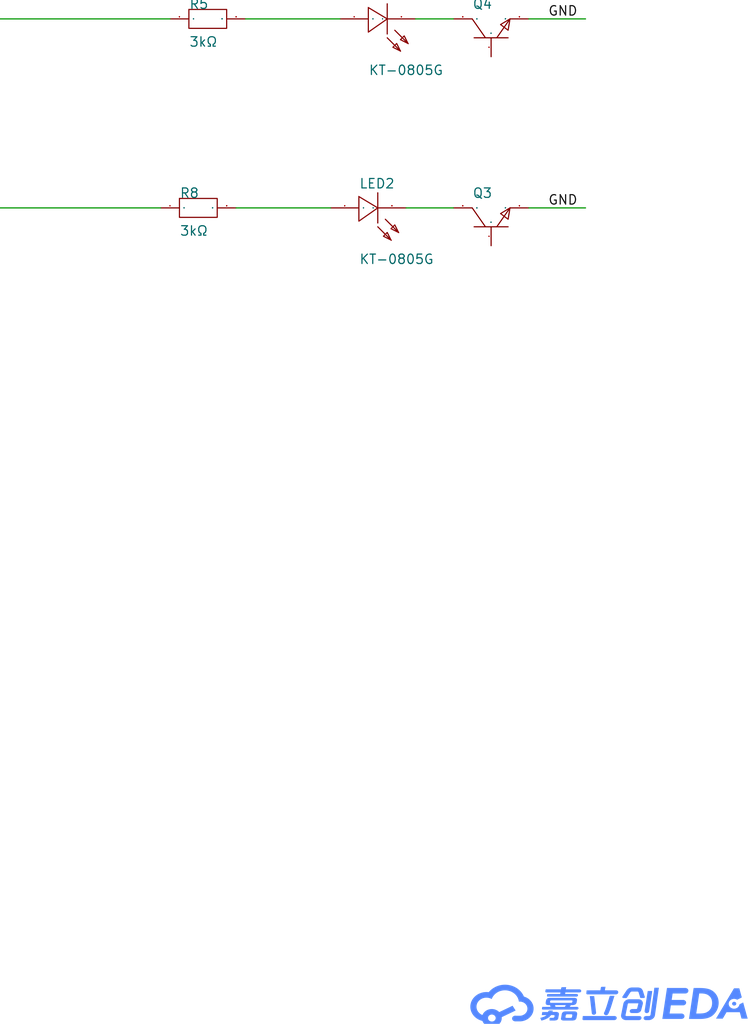
<source format=kicad_sch>
(kicad_sch
	(version 20231120)
	(generator "eeschema")
	(generator_version "8.0")
	(uuid "48b5ddbf-85d6-43d3-8fc9-766a5f2dd7cd")
	(paper "User" 100.609 137.592)
	(lib_symbols
		(symbol "Signal-blo-easyedapro:0805G (Green)"
			(exclude_from_sim no)
			(in_bom yes)
			(on_board yes)
			(property "Reference" "LED"
				(at 0 0 0)
				(effects
					(font
						(size 1.27 1.27)
					)
				)
			)
			(property "Value" ""
				(at 0 0 0)
				(effects
					(font
						(size 1.27 1.27)
					)
				)
			)
			(property "Footprint" "Signal-blo-easyedapro:LED0805-R-RD"
				(at 0 0 0)
				(effects
					(font
						(size 1.27 1.27)
					)
					(hide yes)
				)
			)
			(property "Datasheet" "https://atta.szlcsc.com/upload/public/pdf/source/20170209/1486607340485.pdf"
				(at 0 0 0)
				(effects
					(font
						(size 1.27 1.27)
					)
					(hide yes)
				)
			)
			(property "Description" "灯头类型:-;发光颜色:翠绿色;正向电压(VF):-;功率:-;正向电流:-;主波长:-;二极管配置:-;透镜颜色:-;色温:-;发光强度:-;发光角度:-;载带方式:-;工作温度:-;"
				(at 0 0 0)
				(effects
					(font
						(size 1.27 1.27)
					)
					(hide yes)
				)
			)
			(property "Manufacturer Part" "KT-0805G"
				(at 0 0 0)
				(effects
					(font
						(size 1.27 1.27)
					)
					(hide yes)
				)
			)
			(property "Manufacturer" "KENTO"
				(at 0 0 0)
				(effects
					(font
						(size 1.27 1.27)
					)
					(hide yes)
				)
			)
			(property "Supplier Part" "C2297"
				(at 0 0 0)
				(effects
					(font
						(size 1.27 1.27)
					)
					(hide yes)
				)
			)
			(property "Supplier" "LCSC"
				(at 0 0 0)
				(effects
					(font
						(size 1.27 1.27)
					)
					(hide yes)
				)
			)
			(property "LCSC Part Name" "0805 翠绿 高亮"
				(at 0 0 0)
				(effects
					(font
						(size 1.27 1.27)
					)
					(hide yes)
				)
			)
			(symbol "0805G (Green)_1_0"
				(polyline
					(pts
						(xy -2.286 1.524) (xy -4.064 3.302)
					)
					(stroke
						(width 0)
						(type default)
					)
					(fill
						(type none)
					)
				)
				(polyline
					(pts
						(xy -1.27 2.032) (xy -1.27 -2.032)
					)
					(stroke
						(width 0)
						(type default)
					)
					(fill
						(type none)
					)
				)
				(polyline
					(pts
						(xy -1.27 2.54) (xy -3.048 4.318)
					)
					(stroke
						(width 0)
						(type default)
					)
					(fill
						(type none)
					)
				)
				(polyline
					(pts
						(xy -4.064 3.302) (xy -3.048 2.794) (xy -3.048 2.794) (xy -3.556 2.286) (xy -3.556 2.286) (xy -4.064 3.302)
					)
					(stroke
						(width 0)
						(type default)
					)
					(fill
						(type none)
					)
				)
				(polyline
					(pts
						(xy -3.048 4.318) (xy -2.032 3.81) (xy -2.032 3.81) (xy -2.54 3.302) (xy -2.54 3.302) (xy -3.048 4.318)
					)
					(stroke
						(width 0)
						(type default)
					)
					(fill
						(type none)
					)
				)
				(polyline
					(pts
						(xy 1.27 -1.524) (xy -1.27 0) (xy -1.27 0) (xy 1.27 1.778) (xy 1.27 1.778) (xy 1.27 -1.524)
					)
					(stroke
						(width 0)
						(type default)
					)
					(fill
						(type none)
					)
				)
				(pin unspecified line
					(at 5.08 0 180)
					(length 3.81)
					(name "A"
						(effects
							(font
								(size 0.0254 0.0254)
							)
						)
					)
					(number "1"
						(effects
							(font
								(size 0.0254 0.0254)
							)
						)
					)
				)
				(pin unspecified line
					(at -5.08 0 0)
					(length 3.81)
					(name "K"
						(effects
							(font
								(size 0.0254 0.0254)
							)
						)
					)
					(number "2"
						(effects
							(font
								(size 0.0254 0.0254)
							)
						)
					)
				)
			)
		)
		(symbol "Signal-blo-easyedapro:Drawing-Symbol_A4"
			(exclude_from_sim no)
			(in_bom yes)
			(on_board yes)
			(property "Reference" ""
				(at 0 0 0)
				(effects
					(font
						(size 1.27 1.27)
					)
				)
			)
			(property "Value" ""
				(at 0 0 0)
				(effects
					(font
						(size 1.27 1.27)
					)
				)
			)
			(property "Footprint" "Signal-blo-easyedapro:"
				(at 0 0 0)
				(effects
					(font
						(size 1.27 1.27)
					)
					(hide yes)
				)
			)
			(property "Datasheet" ""
				(at 0 0 0)
				(effects
					(font
						(size 1.27 1.27)
					)
					(hide yes)
				)
			)
			(property "Description" ""
				(at 0 0 0)
				(effects
					(font
						(size 1.27 1.27)
					)
					(hide yes)
				)
			)
			(symbol "Drawing-Symbol_A4_0_0"
				(polyline
					(pts
						(xy 146.9783 10.146) (xy 146.976 10.1327) (xy 146.973 10.1197) (xy 146.9695 10.1069) (xy 146.9653 10.0944)
						(xy 146.9605 10.082) (xy 146.9552 10.07) (xy 146.9493 10.0583) (xy 146.9428 10.0468) (xy 146.9358 10.0356)
						(xy 146.9283 10.0248) (xy 146.9203 10.0143) (xy 146.9118 10.0042) (xy 146.9029 9.9944) (xy 146.8935 9.985)
						(xy 146.8836 9.976) (xy 146.8733 9.9673) (xy 146.8627 9.9591) (xy 146.8516 9.9514) (xy 146.8402 9.9441)
						(xy 146.8284 9.9372) (xy 146.8163 9.9308) (xy 146.8038 9.9249) (xy 146.7911 9.9195) (xy 146.778 9.9146)
						(xy 146.7647 9.9102) (xy 146.7511 9.9064) (xy 146.7373 9.9031) (xy 146.7233 9.9004) (xy 146.709 9.8983)
						(xy 146.6945 9.8967) (xy 146.6799 9.8958) (xy 146.6651 9.8955) (xy 146.6547 9.8955) (xy 146.6398 9.8959)
						(xy 146.625 9.897) (xy 146.6102 9.899) (xy 146.5956 9.9016) (xy 146.5811 9.905) (xy 146.5668 9.9091)
						(xy 146.5528 9.9138) (xy 146.5391 9.9192) (xy 146.5256 9.9252) (xy 146.5125 9.9318) (xy 146.4999 9.939)
						(xy 146.4876 9.9467) (xy 146.4758 9.955) (xy 146.4646 9.9638) (xy 146.4539 9.973) (xy 146.4438 9.9828)
						(xy 146.434 9.9933) (xy 146.4249 10.0043) (xy 146.4166 10.0158) (xy 146.4089 10.0275) (xy 146.402 10.0397)
						(xy 146.3958 10.0521) (xy 146.3904 10.0648) (xy 146.3856 10.0777) (xy 146.3816 10.0907) (xy 146.3782 10.1039)
						(xy 146.3756 10.1173) (xy 146.3736 10.1306) (xy 146.3724 10.144) (xy 146.3718 10.1574) (xy 146.372 10.1707)
						(xy 146.3728 10.1839) (xy 146.7925 12.8714) (xy 147.4021 12.8714) (xy 146.9783 10.146)
					)
					(stroke
						(width -0.0001)
						(type solid)
					)
					(fill
						(type color)
						(color 85 136 255 1)
					)
				)
				(polyline
					(pts
						(xy 142.3185 12.2147) (xy 142.3164 12.209) (xy 142.2175 11.9012) (xy 142.1192 11.5812) (xy 141.9194 10.9313)
						(xy 141.8159 10.6145) (xy 141.7083 10.3119) (xy 141.5958 10.0302) (xy 141.5373 9.8992) (xy 141.4771 9.7759)
						(xy 141.4663 9.7575) (xy 141.4542 9.7399) (xy 141.4409 9.7233) (xy 141.4266 9.7077) (xy 141.4112 9.693)
						(xy 141.3948 9.6794) (xy 141.3775 9.667) (xy 141.3594 9.6556) (xy 141.3405 9.6454) (xy 141.321 9.6365)
						(xy 141.3008 9.6288) (xy 141.2801 9.6224) (xy 141.2589 9.6174) (xy 141.2373 9.6137) (xy 141.2154 9.6115)
						(xy 141.1932 9.6108) (xy 141.1838 9.6109) (xy 141.1744 9.6115) (xy 141.165 9.6123) (xy 141.1556 9.6134)
						(xy 141.1462 9.6148) (xy 141.1368 9.6164) (xy 141.1274 9.6182) (xy 141.118 9.6203) (xy 141.0867 9.6279)
						(xy 141.0732 9.6328) (xy 141.0602 9.6382) (xy 141.0476 9.6442) (xy 141.0355 9.6508) (xy 141.0239 9.6578)
						(xy 141.0127 9.6653) (xy 141.0021 9.6733) (xy 140.992 9.6817) (xy 140.9823 9.6905) (xy 140.9732 9.6998)
						(xy 140.9647 9.7094) (xy 140.9566 9.7194) (xy 140.9492 9.7297) (xy 140.9422 9.7404) (xy 140.9359 9.7514)
						(xy 140.9301 9.7626) (xy 140.9242 9.7755) (xy 140.9192 9.7886) (xy 140.9148 9.8019) (xy 140.9113 9.8153)
						(xy 140.9086 9.8289) (xy 140.9066 9.8425) (xy 140.9055 9.8561) (xy 140.9051 9.8698) (xy 140.9055 9.8835)
						(xy 140.9066 9.8972) (xy 140.9086 9.9108) (xy 140.9113 9.9243) (xy 140.9148 9.9378) (xy 140.9192 9.951)
						(xy 140.9242 9.9642) (xy 140.9301 9.9771) (xy 140.9842 10.088) (xy 141.0368 10.2068) (xy 141.1382 10.4644)
						(xy 141.2355 10.7434) (xy 141.3297 11.0373) (xy 141.5129 11.6433) (xy 141.604 11.9423) (xy 141.6963 12.2299)
						(xy 142.3226 12.2299) (xy 142.3185 12.2147)
					)
					(stroke
						(width -0.0001)
						(type solid)
					)
					(fill
						(type color)
						(color 85 136 255 1)
					)
				)
				(polyline
					(pts
						(xy 139.8445 9.9733) (xy 139.8455 9.9609) (xy 139.8459 9.9485) (xy 139.8456 9.9362) (xy 139.8447 9.9241)
						(xy 139.8432 9.912) (xy 139.841 9.9001) (xy 139.8383 9.8883) (xy 139.835 9.8766) (xy 139.8311 9.8652)
						(xy 139.8266 9.8539) (xy 139.8216 9.8428) (xy 139.816 9.8319) (xy 139.8099 9.8213) (xy 139.8033 9.8109)
						(xy 139.7962 9.8007) (xy 139.7886 9.7908) (xy 139.7806 9.7812) (xy 139.7721 9.7719) (xy 139.7631 9.763)
						(xy 139.7536 9.7543) (xy 139.7438 9.746) (xy 139.7335 9.738) (xy 139.7229 9.7304) (xy 139.7118 9.7232)
						(xy 139.7004 9.7164) (xy 139.6885 9.71) (xy 139.6764 9.704) (xy 139.6639 9.6985) (xy 139.651 9.6934)
						(xy 139.6379 9.6888) (xy 139.6244 9.6846) (xy 139.6107 9.681) (xy 139.6044 9.6791) (xy 139.5966 9.6778)
						(xy 139.5888 9.6766) (xy 139.5809 9.6756) (xy 139.5731 9.6748) (xy 139.5653 9.6742) (xy 139.5574 9.6738)
						(xy 139.5496 9.6735) (xy 139.5418 9.6734) (xy 139.5287 9.6736) (xy 139.5159 9.6744) (xy 139.5032 9.6756)
						(xy 139.4907 9.6772) (xy 139.4784 9.6794) (xy 139.4664 9.6819) (xy 139.4546 9.6849) (xy 139.443 9.6884)
						(xy 139.4316 9.6922) (xy 139.4206 9.6965) (xy 139.4098 9.7012) (xy 139.3993 9.7063) (xy 139.3891 9.7118)
						(xy 139.3792 9.7177) (xy 139.3696 9.724) (xy 139.3604 9.7306) (xy 139.3515 9.7376) (xy 139.343 9.7449)
						(xy 139.3349 9.7526) (xy 139.3271 9.7606) (xy 139.3197 9.769) (xy 139.3128 9.7776) (xy 139.3063 9.7866)
						(xy 139.3002 9.7959) (xy 139.2945 9.8055) (xy 139.2893 9.8154) (xy 139.2846 9.8255) (xy 139.2803 9.836)
						(xy 139.2765 9.8467) (xy 139.2733 9.8576) (xy 139.2705 9.8688) (xy 139.2683 9.8803) (xy 139.2683 9.8898)
						(xy 139.0011 12.1844) (xy 139.0011 12.1863) (xy 139.5919 12.1863) (xy 139.8445 9.9733)
					)
					(stroke
						(width -0.0001)
						(type solid)
					)
					(fill
						(type color)
						(color 85 136 255 1)
					)
				)
				(polyline
					(pts
						(xy 142.3562 9.5079) (xy 142.3709 9.5068) (xy 142.3853 9.505) (xy 142.3996 9.5024) (xy 142.4136 9.4992)
						(xy 142.4275 9.4953) (xy 142.4411 9.4907) (xy 142.4544 9.4855) (xy 142.4675 9.4797) (xy 142.4803 9.4733)
						(xy 142.4928 9.4662) (xy 142.5049 9.4586) (xy 142.5168 9.4505) (xy 142.5283 9.4418) (xy 142.5394 9.4326)
						(xy 142.5502 9.4229) (xy 142.5597 9.4123) (xy 142.5685 9.4014) (xy 142.5766 9.39) (xy 142.5841 9.3783)
						(xy 142.5909 9.3662) (xy 142.597 9.3538) (xy 142.6024 9.3412) (xy 142.6071 9.3282) (xy 142.611 9.315)
						(xy 142.6142 9.3016) (xy 142.6166 9.288) (xy 142.6183 9.2742) (xy 142.6192 9.2603) (xy 142.6193 9.2462)
						(xy 142.6185 9.2321) (xy 142.617 9.2179) (xy 142.6149 9.2046) (xy 142.6126 9.1915) (xy 142.6097 9.1787)
						(xy 142.6061 9.166) (xy 142.6019 9.1535) (xy 142.5971 9.1413) (xy 142.5917 9.1293) (xy 142.5858 9.1176)
						(xy 142.5793 9.1062) (xy 142.5722 9.0951) (xy 142.5647 9.0843) (xy 142.5567 9.0738) (xy 142.5482 9.0636)
						(xy 142.5392 9.0538) (xy 142.5298 9.0444) (xy 142.52 9.0353) (xy 142.5097 9.0267) (xy 142.4991 9.0184)
						(xy 142.4882 9.0106) (xy 142.4768 9.0032) (xy 142.4652 8.9963) (xy 142.4532 8.9899) (xy 142.4409 8.9839)
						(xy 142.4284 8.9784) (xy 142.4156 8.9735) (xy 142.4025 8.9691) (xy 142.3892 8.9652) (xy 142.3758 8.9618)
						(xy 142.3621 8.9591) (xy 142.3483 8.9569) (xy 142.3343 8.9554) (xy 142.3202 8.9544) (xy 142.3059 8.9541)
						(xy 138.1576 8.9541) (xy 138.1502 8.9543) (xy 138.143 8.9548) (xy 138.1358 8.9556) (xy 138.1288 8.9567)
						(xy 138.122 8.9582) (xy 138.1152 8.96) (xy 138.1087 8.962) (xy 138.1023 8.9643) (xy 138.0961 8.9669)
						(xy 138.09 8.9698) (xy 138.0842 8.9729) (xy 138.0785 8.9763) (xy 138.073 8.9799) (xy 138.0678 8.9837)
						(xy 138.0627 8.9878) (xy 138.0579 8.992) (xy 138.0533 8.9965) (xy 138.049 9.0012) (xy 138.0449 9.006)
						(xy 138.0411 9.011) (xy 138.0375 9.0162) (xy 138.0342 9.0215) (xy 138.0312 9.0269) (xy 138.0284 9.0326)
						(xy 138.026 9.0383) (xy 138.0238 9.0441) (xy 138.022 9.0501) (xy 138.0205 9.0562) (xy 138.0193 9.0623)
						(xy 138.0184 9.0686) (xy 138.0179 9.0749) (xy 138.0177 9.0812) (xy 138.0177 9.0831) (xy 138.0156 9.0831)
						(xy 138.0595 9.5083) (xy 142.3414 9.5083) (xy 142.3562 9.5079)
					)
					(stroke
						(width -0.0001)
						(type solid)
					)
					(fill
						(type color)
						(color 85 136 255 1)
					)
				)
				(polyline
					(pts
						(xy 159.4399 12.0041) (xy 158.8178 11.6928) (xy 158.7955 11.7067) (xy 158.7727 11.7197) (xy 158.7492 11.732)
						(xy 158.7252 11.7435) (xy 158.7007 11.7542) (xy 158.6757 11.764) (xy 158.6501 11.773) (xy 158.6241 11.7811)
						(xy 158.5977 11.7883) (xy 158.5708 11.7946) (xy 158.5436 11.7999) (xy 158.5159 11.8044) (xy 158.488 11.8078)
						(xy 158.4597 11.8103) (xy 158.4311 11.8119) (xy 158.4023 11.8124) (xy 158.3649 11.8115) (xy 158.3281 11.809)
						(xy 158.2917 11.8048) (xy 158.256 11.7989) (xy 158.2209 11.7916) (xy 158.1864 11.7826) (xy 158.1527 11.7723)
						(xy 158.1197 11.7604) (xy 158.0875 11.7472) (xy 158.0562 11.7326) (xy 158.0257 11.7167) (xy 157.9963 11.6995)
						(xy 157.9678 11.681) (xy 157.9403 11.6614) (xy 157.914 11.6407) (xy 157.8887 11.6188) (xy 157.8647 11.5958)
						(xy 157.8418 11.5719) (xy 157.8202 11.5469) (xy 157.8 11.521) (xy 157.781 11.4942) (xy 157.7635 11.4666)
						(xy 157.7475 11.4381) (xy 157.7329 11.4088) (xy 157.7199 11.3788) (xy 157.7085 11.3482) (xy 157.6987 11.3168)
						(xy 157.6905 11.2849) (xy 157.6842 11.2524) (xy 157.6795 11.2194) (xy 157.6767 11.1858) (xy 157.6758 11.1519)
						(xy 157.6767 11.1179) (xy 157.6795 11.0844) (xy 157.6842 11.0514) (xy 157.6905 11.0189) (xy 157.6987 10.987)
						(xy 157.7085 10.9556) (xy 157.7199 10.9249) (xy 157.7329 10.895) (xy 157.7475 10.8657) (xy 157.7635 10.8372)
						(xy 157.781 10.8096) (xy 157.8 10.7828) (xy 157.8202 10.7569) (xy 157.8418 10.7319) (xy 157.8647 10.7079)
						(xy 157.8887 10.685) (xy 157.914 10.6631) (xy 157.9403 10.6424) (xy 157.9678 10.6227) (xy 157.9963 10.6043)
						(xy 158.0257 10.5871) (xy 158.0562 10.5712) (xy 158.0875 10.5566) (xy 158.1197 10.5434) (xy 158.1527 10.5315)
						(xy 158.1864 10.5211) (xy 158.2209 10.5122) (xy 158.256 10.5048) (xy 158.2917 10.499) (xy 158.3281 10.4948)
						(xy 158.3649 10.4923) (xy 158.4023 10.4914) (xy 158.4371 10.4922) (xy 158.4715 10.4944) (xy 158.5055 10.4981)
						(xy 158.5389 10.5031) (xy 158.5718 10.5096) (xy 158.6042 10.5174) (xy 158.6359 10.5265) (xy 158.6669 10.5369)
						(xy 158.6973 10.5485) (xy 158.727 10.5613) (xy 158.7559 10.5753) (xy 158.7841 10.5904) (xy 158.8114 10.6066)
						(xy 158.8378 10.6239) (xy 158.8634 10.6422) (xy 158.888 10.6615) (xy 158.9116 10.6818) (xy 158.9342 10.703)
						(xy 158.9558 10.7251) (xy 158.9763 10.748) (xy 158.9957 10.7718) (xy 159.0139 10.7964) (xy 159.0309 10.8217)
						(xy 159.0467 10.8477) (xy 159.0613 10.8744) (xy 159.0745 10.9018) (xy 159.0864 10.9298) (xy 159.097 10.9584)
						(xy 159.1061 10.9875) (xy 159.1138 11.0172) (xy 159.12 11.0473) (xy 159.1247 11.0779) (xy 159.6257 11.3284)
						(xy 160.2249 9.1534) (xy 159.4065 9.1534) (xy 159.1685 10.0207) (xy 157.3877 10.0207) (xy 156.8783 9.1534)
						(xy 155.9701 9.1534) (xy 158.394 13.232) (xy 159.1038 13.232) (xy 159.4399 12.0041)
					)
					(stroke
						(width -0.0001)
						(type solid)
					)
					(fill
						(type color)
						(color 85 136 255 1)
					)
				)
				(polyline
					(pts
						(xy 158.4338 11.4201) (xy 158.4481 11.419) (xy 158.4622 11.4172) (xy 158.476 11.4148) (xy 158.4896 11.4118)
						(xy 158.5029 11.4082) (xy 158.516 11.4041) (xy 158.5287 11.3994) (xy 158.5412 11.3941) (xy 158.5532 11.3883)
						(xy 158.565 11.3821) (xy 158.5763 11.3753) (xy 158.5873 11.368) (xy 158.5979 11.3603) (xy 158.608 11.3522)
						(xy 158.6177 11.3436) (xy 158.6269 11.3346) (xy 158.6357 11.3252) (xy 158.6439 11.3155) (xy 158.6516 11.3053)
						(xy 158.6589 11.2949) (xy 158.6655 11.2841) (xy 158.6716 11.273) (xy 158.6771 11.2616) (xy 158.682 11.2499)
						(xy 158.6863 11.2379) (xy 158.69 11.2258) (xy 158.693 11.2133) (xy 158.6953 11.2007) (xy 158.6969 11.1878)
						(xy 158.6979 11.1748) (xy 158.6981 11.1616) (xy 158.6976 11.1485) (xy 158.6963 11.1355) (xy 158.6944 11.1227)
						(xy 158.6918 11.1101) (xy 158.6885 11.0977) (xy 158.6845 11.0856) (xy 158.68 11.0737) (xy 158.6748 11.0621)
						(xy 158.669 11.0508) (xy 158.6627 11.0398) (xy 158.6557 11.0292) (xy 158.6483 11.0189) (xy 158.6403 11.0089)
						(xy 158.6318 10.9993) (xy 158.6229 10.9901) (xy 158.6134 10.9813) (xy 158.6035 10.9729) (xy 158.5932 10.9649)
						(xy 158.5825 10.9574) (xy 158.5714 10.9504) (xy 158.5598 10.9438) (xy 158.548 10.9378) (xy 158.5358 10.9322)
						(xy 158.5232 10.9272) (xy 158.5104 10.9228) (xy 158.4972 10.9189) (xy 158.4838 10.9156) (xy 158.4701 10.9128)
						(xy 158.4562 10.9107) (xy 158.4421 10.9092) (xy 158.4278 10.9084) (xy 158.4133 10.9082) (xy 158.3988 10.9086)
						(xy 158.3845 10.9098) (xy 158.3704 10.9115) (xy 158.3565 10.9139) (xy 158.3429 10.9169) (xy 158.3296 10.9205)
						(xy 158.3166 10.9247) (xy 158.3038 10.9294) (xy 158.2914 10.9346) (xy 158.2793 10.9404) (xy 158.2676 10.9467)
						(xy 158.2562 10.9534) (xy 158.2453 10.9607) (xy 158.2347 10.9684) (xy 158.2246 10.9766) (xy 158.2149 10.9851)
						(xy 158.2057 10.9941) (xy 158.1969 11.0035) (xy 158.1887 11.0133) (xy 158.1809 11.0234) (xy 158.1737 11.0338)
						(xy 158.1671 11.0446) (xy 158.161 11.0557) (xy 158.1554 11.0672) (xy 158.1505 11.0788) (xy 158.1462 11.0908)
						(xy 158.1426 11.103) (xy 158.1396 11.1154) (xy 158.1373 11.128) (xy 158.1356 11.1409) (xy 158.1347 11.1539)
						(xy 158.1345 11.1671) (xy 158.135 11.1803) (xy 158.1362 11.1933) (xy 158.1382 11.2061) (xy 158.1408 11.2187)
						(xy 158.1441 11.231) (xy 158.148 11.2432) (xy 158.1526 11.255) (xy 158.1578 11.2666) (xy 158.1636 11.2779)
						(xy 158.1699 11.2889) (xy 158.1768 11.2995) (xy 158.1843 11.3099) (xy 158.1922 11.3198) (xy 158.2007 11.3294)
						(xy 158.2097 11.3386) (xy 158.2191 11.3474) (xy 158.229 11.3558) (xy 158.2393 11.3638) (xy 158.2501 11.3713)
						(xy 158.2612 11.3783) (xy 158.2727 11.3849) (xy 158.2846 11.3909) (xy 158.2968 11.3965) (xy 158.3093 11.4015)
						(xy 158.3222 11.4059) (xy 158.3353 11.4099) (xy 158.3488 11.4132) (xy 158.3624 11.4159) (xy 158.3763 11.418)
						(xy 158.3905 11.4195) (xy 158.4048 11.4204) (xy 158.4193 11.4206) (xy 158.4338 11.4201)
					)
					(stroke
						(width -0.0001)
						(type solid)
					)
					(fill
						(type color)
						(color 85 136 255 1)
					)
				)
				(polyline
					(pts
						(xy 147.7653 9.6354) (xy 147.7561 9.5831) (xy 147.7432 9.532) (xy 147.7269 9.4824) (xy 147.7072 9.4344)
						(xy 147.6842 9.388) (xy 147.6581 9.3433) (xy 147.6288 9.3005) (xy 147.5965 9.2597) (xy 147.5613 9.2208)
						(xy 147.5233 9.1842) (xy 147.4825 9.1497) (xy 147.4392 9.1177) (xy 147.3933 9.088) (xy 147.3449 9.0609)
						(xy 147.2942 9.0365) (xy 147.2413 9.0148) (xy 147.2236 9.0073) (xy 147.2058 9.0002) (xy 147.1878 8.9937)
						(xy 147.1696 8.9877) (xy 147.1512 8.9822) (xy 147.1326 8.9773) (xy 147.1139 8.9728) (xy 147.0949 8.9688)
						(xy 147.0757 8.9653) (xy 147.0563 8.9623) (xy 147.0366 8.9598) (xy 147.0167 8.9577) (xy 146.9966 8.9561)
						(xy 146.9761 8.955) (xy 146.9554 8.9543) (xy 146.9344 8.9541) (xy 146.519 8.9541) (xy 146.5041 8.9545)
						(xy 146.4893 8.9557) (xy 146.4745 8.9576) (xy 146.4599 8.9603) (xy 146.4454 8.9636) (xy 146.4311 8.9677)
						(xy 146.4171 8.9724) (xy 146.4034 8.9778) (xy 146.3899 8.9838) (xy 146.3768 8.9904) (xy 146.3642 8.9976)
						(xy 146.3519 9.0053) (xy 146.3401 9.0136) (xy 146.3289 9.0224) (xy 146.3182 9.0317) (xy 146.3081 9.0414)
						(xy 146.2986 9.0519) (xy 146.2898 9.0628) (xy 146.2817 9.0741) (xy 146.2742 9.0857) (xy 146.2674 9.0976)
						(xy 146.2613 9.1098) (xy 146.2559 9.1223) (xy 146.2512 9.1351) (xy 146.2473 9.1481) (xy 146.2441 9.1614)
						(xy 146.2416 9.1748) (xy 146.24 9.1885) (xy 146.2391 9.2023) (xy 146.239 9.2162) (xy 146.2397 9.2303)
						(xy 146.2413 9.2445) (xy 146.2434 9.254) (xy 146.2457 9.267) (xy 146.2486 9.2799) (xy 146.2523 9.2926)
						(xy 146.2565 9.305) (xy 146.2613 9.3173) (xy 146.2668 9.3292) (xy 146.2728 9.3409) (xy 146.2794 9.3524)
						(xy 146.2865 9.3635) (xy 146.2941 9.3743) (xy 146.3023 9.3848) (xy 146.3109 9.3949) (xy 146.32 9.4047)
						(xy 146.3295 9.4142) (xy 146.3395 9.4232) (xy 146.3499 9.4319) (xy 146.3606 9.4401) (xy 146.3717 9.448)
						(xy 146.3832 9.4553) (xy 146.3951 9.4622) (xy 146.4072 9.4687) (xy 146.4197 9.4747) (xy 146.4324 9.4801)
						(xy 146.4454 9.4851) (xy 146.4586 9.4895) (xy 146.4721 9.4934) (xy 146.4857 9.4967) (xy 146.4996 9.4995)
						(xy 146.5136 9.5016) (xy 146.5278 9.5032) (xy 146.5421 9.5042) (xy 146.5565 9.5045) (xy 146.972 9.5045)
						(xy 146.9813 9.5047) (xy 146.9903 9.5052) (xy 146.9991 9.5061) (xy 147.0077 9.5074) (xy 147.0162 9.509)
						(xy 147.0244 9.511) (xy 147.0325 9.5134) (xy 147.0404 9.5161) (xy 147.0481 9.5192) (xy 147.0557 9.5227)
						(xy 147.0632 9.5266) (xy 147.0706 9.5309) (xy 147.0779 9.5356) (xy 147.0851 9.5406) (xy 147.0923 9.5461)
						(xy 147.0993 9.5519) (xy 147.1066 9.5591) (xy 147.1135 9.5665) (xy 147.1201 9.574) (xy 147.1263 9.5816)
						(xy 147.1321 9.5894) (xy 147.1376 9.5972) (xy 147.1427 9.6052) (xy 147.1474 9.6131) (xy 147.1517 9.6212)
						(xy 147.1556 9.6292) (xy 147.1591 9.6373) (xy 147.1622 9.6453) (xy 147.1649 9.6534) (xy 147.1671 9.6614)
						(xy 147.1689 9.6693) (xy 147.1703 9.6772) (xy 147.686 13.3098) (xy 148.2893 13.3098) (xy 147.7653 9.6354)
					)
					(stroke
						(width -0.0001)
						(type solid)
					)
					(fill
						(type color)
						(color 85 136 255 1)
					)
				)
				(polyline
					(pts
						(xy 141.0303 12.9587) (xy 142.5439 12.9587) (xy 142.5599 12.9584) (xy 142.5756 12.9573) (xy 142.5911 12.9555)
						(xy 142.6063 12.9531) (xy 142.6212 12.9499) (xy 142.6358 12.946) (xy 142.6501 12.9414) (xy 142.664 12.9362)
						(xy 142.6775 12.9302) (xy 142.6906 12.9236) (xy 142.7032 12.9163) (xy 142.7154 12.9083) (xy 142.7271 12.8996)
						(xy 142.7382 12.8902) (xy 142.7489 12.8802) (xy 142.759 12.8695) (xy 142.7684 12.859) (xy 142.7772 12.8481)
						(xy 142.7852 12.8368) (xy 142.7926 12.8252) (xy 142.7992 12.8133) (xy 142.8051 12.801) (xy 142.8103 12.7884)
						(xy 142.8148 12.7756) (xy 142.8185 12.7625) (xy 142.8216 12.7491) (xy 142.8238 12.7355) (xy 142.8253 12.7217)
						(xy 142.8261 12.7076) (xy 142.826 12.6934) (xy 142.8252 12.6791) (xy 142.8237 12.6645) (xy 142.8237 12.6607)
						(xy 142.8214 12.6477) (xy 142.8185 12.6348) (xy 142.8149 12.6222) (xy 142.8107 12.6098) (xy 142.806 12.5977)
						(xy 142.8006 12.5858) (xy 142.7947 12.5742) (xy 142.7883 12.5629) (xy 142.7813 12.552) (xy 142.7738 12.5413)
						(xy 142.7657 12.531) (xy 142.7573 12.521) (xy 142.7483 12.5113) (xy 142.7389 12.5021) (xy 142.729 12.4932)
						(xy 142.7188 12.4847) (xy 142.7081 12.4766) (xy 142.697 12.469) (xy 142.6856 12.4618) (xy 142.6738 12.4551)
						(xy 142.6617 12.4488) (xy 142.6493 12.443) (xy 142.6365 12.4376) (xy 142.6235 12.4328) (xy 142.6101 12.4285)
						(xy 142.5965 12.4248) (xy 142.5827 12.4215) (xy 142.5687 12.4189) (xy 142.5544 12.4168) (xy 142.54 12.4152)
						(xy 142.5253 12.4143) (xy 142.5105 12.414) (xy 138.6733 12.414) (xy 138.6733 12.4159) (xy 138.6661 12.4163)
						(xy 138.659 12.4169) (xy 138.652 12.4179) (xy 138.6452 12.4191) (xy 138.6385 12.4207) (xy 138.6319 12.4225)
						(xy 138.6254 12.4246) (xy 138.6192 12.427) (xy 138.613 12.4296) (xy 138.6071 12.4325) (xy 138.6013 12.4356)
						(xy 138.5957 12.439) (xy 138.5903 12.4426) (xy 138.5852 12.4464) (xy 138.5802 12.4504) (xy 138.5754 12.4546)
						(xy 138.5709 12.459) (xy 138.5666 12.4636) (xy 138.5625 12.4684) (xy 138.5587 12.4733) (xy 138.5552 12.4784)
						(xy 138.5519 12.4837) (xy 138.5489 12.4891) (xy 138.5462 12.4946) (xy 138.5437 12.5003) (xy 138.5416 12.5061)
						(xy 138.5398 12.512) (xy 138.5382 12.5181) (xy 138.5371 12.5242) (xy 138.5362 12.5304) (xy 138.5357 12.5367)
						(xy 138.5355 12.5431) (xy 138.5355 12.5499) (xy 138.5356 12.5531) (xy 138.5358 12.5561) (xy 138.536 12.5591)
						(xy 138.5362 12.5606) (xy 138.5364 12.562) (xy 138.5366 12.5635) (xy 138.5369 12.5649) (xy 138.5372 12.5663)
						(xy 138.5376 12.5677) (xy 138.5772 12.9568) (xy 140.4228 12.9587) (xy 140.4917 13.325) (xy 140.4926 13.331)
						(xy 140.4938 13.3369) (xy 140.4953 13.3427) (xy 140.4971 13.3484) (xy 140.4991 13.3539) (xy 140.5014 13.3593)
						(xy 140.5039 13.3646) (xy 140.5067 13.3697) (xy 140.5097 13.3747) (xy 140.513 13.3796) (xy 140.5165 13.3843)
						(xy 140.5201 13.3888) (xy 140.524 13.3932) (xy 140.5281 13.3974) (xy 140.5324 13.4014) (xy 140.5368 13.4052)
						(xy 140.5415 13.4089) (xy 140.5463 13.4123) (xy 140.5513 13.4155) (xy 140.5564 13.4186) (xy 140.5617 13.4214)
						(xy 140.5671 13.424) (xy 140.5726 13.4264) (xy 140.5783 13.4286) (xy 140.5841 13.4305) (xy 140.59 13.4322)
						(xy 140.596 13.4336) (xy 140.6021 13.4348) (xy 140.6083 13.4358) (xy 140.6146 13.4365) (xy 140.621 13.4369)
						(xy 140.6274 13.437) (xy 141.1097 13.437) (xy 141.0303 12.9587)
					)
					(stroke
						(width -0.0001)
						(type solid)
					)
					(fill
						(type color)
						(color 85 136 255 1)
					)
				)
				(polyline
					(pts
						(xy 133.9675 10.0549) (xy 134.4623 10.0549) (xy 134.4906 10.0545) (xy 134.5177 10.0533) (xy 134.5438 10.0514)
						(xy 134.5687 10.0486) (xy 134.5926 10.0451) (xy 134.6154 10.0408) (xy 134.6372 10.0357) (xy 134.6578 10.0297)
						(xy 134.6774 10.023) (xy 134.6959 10.0155) (xy 134.7134 10.0072) (xy 134.7298 9.998) (xy 134.7451 9.9881)
						(xy 134.7593 9.9773) (xy 134.7725 9.9657) (xy 134.7846 9.9533) (xy 134.7957 9.9401) (xy 134.8057 9.9261)
						(xy 134.8147 9.9112) (xy 134.8226 9.8955) (xy 134.8294 9.8789) (xy 134.8352 9.8616) (xy 134.84 9.8433)
						(xy 134.8437 9.8243) (xy 134.8464 9.8044) (xy 134.848 9.7836) (xy 134.8486 9.762) (xy 134.8482 9.7396)
						(xy 134.8467 9.7162) (xy 134.8442 9.6921) (xy 134.8406 9.667) (xy 134.836 9.6411) (xy 134.7692 9.2881)
						(xy 134.7663 9.2625) (xy 134.7626 9.2379) (xy 134.758 9.2143) (xy 134.7527 9.1918) (xy 134.7465 9.1702)
						(xy 134.7394 9.1496) (xy 134.7315 9.1299) (xy 134.7228 9.1112) (xy 134.7131 9.0934) (xy 134.7026 9.0765)
						(xy 134.6912 9.0605) (xy 134.6788 9.0454) (xy 134.6655 9.0311) (xy 134.6513 9.0177) (xy 134.6361 9.0051)
						(xy 134.62 8.9932) (xy 134.6028 8.9822) (xy 134.5847 8.9719) (xy 134.5656 8.9624) (xy 134.5455 8.9536)
						(xy 134.5243 8.9455) (xy 134.5021 8.9381) (xy 134.4788 8.9314) (xy 134.4545 8.9254) (xy 134.4291 8.92)
						(xy 134.4026 8.9153) (xy 134.3463 8.9076) (xy 134.2856 8.9022) (xy 134.2202 8.899) (xy 133.5938 8.899)
						(xy 133.5938 9.2634) (xy 133.9822 9.2634) (xy 134.0112 9.264) (xy 134.0381 9.2657) (xy 134.063 9.2685)
						(xy 134.086 9.2723) (xy 134.107 9.2771) (xy 134.1262 9.2829) (xy 134.1438 9.2896) (xy 134.1596 9.2971)
						(xy 134.1739 9.3056) (xy 134.1867 9.3148) (xy 134.1981 9.3248) (xy 134.2082 9.3355) (xy 134.2171 9.3469)
						(xy 134.2247 9.359) (xy 134.2313 9.3717) (xy 134.2369 9.3849) (xy 134.264 9.495) (xy 134.2663 9.5039)
						(xy 134.268 9.5126) (xy 134.2692 9.521) (xy 134.2698 9.5291) (xy 134.2698 9.5369) (xy 134.2694 9.5444)
						(xy 134.2683 9.5517) (xy 134.2667 9.5587) (xy 134.2646 9.5654) (xy 134.2619 9.5718) (xy 134.2587 9.5779)
						(xy 134.2549 9.5838) (xy 134.2506 9.5893) (xy 134.2457 9.5946) (xy 134.2402 9.5996) (xy 134.2343 9.6044)
						(xy 134.2277 9.6088) (xy 134.2206 9.613) (xy 134.213 9.6168) (xy 134.2048 9.6204) (xy 134.1961 9.6237)
						(xy 134.1868 9.6267) (xy 134.1769 9.6295) (xy 134.1665 9.6319) (xy 134.1556 9.6341) (xy 134.1441 9.6359)
						(xy 134.1321 9.6375) (xy 134.1195 9.6388) (xy 134.1063 9.6398) (xy 134.0926 9.6406) (xy 134.0784 9.641)
						(xy 134.0636 9.6411) (xy 133.7964 9.6411) (xy 133.747 9.5746) (xy 133.6944 9.5116) (xy 133.6383 9.4519)
						(xy 133.5785 9.3953) (xy 133.5148 9.3416) (xy 133.4471 9.2906) (xy 133.375 9.2422) (xy 133.2984 9.1961)
						(xy 133.2172 9.1521) (xy 133.131 9.11) (xy 133.0398 9.0698) (xy 132.9432 9.031) (xy 132.8411 8.9936)
						(xy 132.7334 8.9574) (xy 132.6197 8.9221) (xy 132.4999 8.8877) (xy 132.3391 9.2521) (xy 132.4883 9.2951)
						(xy 132.6174 9.3348) (xy 132.6756 9.3541) (xy 132.7302 9.3734) (xy 132.7817 9.393) (xy 132.8305 9.4131)
						(xy 132.8772 9.4342) (xy 132.9221 9.4564) (xy 132.9658 9.48) (xy 133.0088 9.5053) (xy 133.0515 9.5327)
						(xy 133.0943 9.5624) (xy 133.1379 9.5946) (xy 133.1826 9.6297) (xy 132.5416 9.6297) (xy 132.6084 10.0435)
						(xy 133.3976 10.0435) (xy 133.3977 10.0461) (xy 133.3982 10.0495) (xy 133.3989 10.0537) (xy 133.4 10.0587)
						(xy 133.403 10.0709) (xy 133.4073 10.0857) (xy 133.4099 10.094) (xy 133.4128 10.1028) (xy 133.416 10.1122)
						(xy 133.4196 10.122) (xy 133.4235 10.1322) (xy 133.4278 10.1428) (xy 133.4323 10.1537) (xy 133.4373 10.165)
						(xy 133.4386 10.1696) (xy 133.4401 10.1741) (xy 133.4419 10.1785) (xy 133.4438 10.1828) (xy 133.446 10.187)
						(xy 133.4484 10.1912) (xy 133.451 10.1952) (xy 133.4538 10.1991) (xy 133.4568 10.2029) (xy 133.46 10.2066)
						(xy 133.4633 10.2102) (xy 133.4668 10.2137) (xy 133.4704 10.217) (xy 133.4742 10.2202) (xy 133.4781 10.2233)
						(xy 133.4822 10.2262) (xy 133.4863 10.2289) (xy 133.4906 10.2316) (xy 133.495 10.234) (xy 133.4995 10.2364)
						(xy 133.5041 10.2385) (xy 133.5087 10.2405) (xy 133.5135 10.2423) (xy 133.5183 10.244) (xy 133.5232 10.2454)
						(xy 133.5281 10.2467) (xy 133.5331 10.2478) (xy 133.5381 10.2487) (xy 133.5431 10.2494) (xy 133.5482 10.25)
						(xy 133.5533 10.2503) (xy 133.5584 10.2504) (xy 134.026 10.2504) (xy 133.9675 10.0549)
					)
					(stroke
						(width -0.0001)
						(type solid)
					)
					(fill
						(type color)
						(color 85 136 255 1)
					)
				)
				(polyline
					(pts
						(xy 153.8138 13.2729) (xy 153.9352 13.2704) (xy 154.0526 13.2662) (xy 154.1658 13.2602) (xy 154.275 13.2526)
						(xy 154.38 13.2433) (xy 154.481 13.2322) (xy 154.5778 13.2195) (xy 154.6706 13.205) (xy 154.7593 13.1888)
						(xy 154.844 13.1709) (xy 154.9245 13.1513) (xy 155.001 13.1299) (xy 155.0734 13.1069) (xy 155.1417 13.0821)
						(xy 155.206 13.0555) (xy 155.2675 13.0271) (xy 155.3276 12.9968) (xy 155.3863 12.9645) (xy 155.4435 12.9303)
						(xy 155.4993 12.894) (xy 155.5537 12.8559) (xy 155.6066 12.8158) (xy 155.658 12.7737) (xy 155.7079 12.7296)
						(xy 155.7564 12.6836) (xy 155.8034 12.6357) (xy 155.8489 12.5858) (xy 155.893 12.5339) (xy 155.9355 12.4801)
						(xy 155.9765 12.4243) (xy 156.016 12.3666) (xy 156.0536 12.3073) (xy 156.0887 12.2469) (xy 156.1215 12.1854)
						(xy 156.1518 12.1228) (xy 156.1798 12.059) (xy 156.2053 11.9941) (xy 156.2284 11.9281) (xy 156.2491 11.861)
						(xy 156.2673 11.7927) (xy 156.2832 11.7233) (xy 156.2966 11.6528) (xy 156.3076 11.5811) (xy 156.3161 11.5083)
						(xy 156.3222 11.4343) (xy 156.3259 11.3591) (xy 156.3271 11.2828) (xy 156.3258 11.2049) (xy 156.322 11.1277)
						(xy 156.3156 11.0512) (xy 156.3066 10.9754) (xy 156.2951 10.9004) (xy 156.281 10.826) (xy 156.2642 10.7524)
						(xy 156.2449 10.6795) (xy 156.2229 10.6074) (xy 156.1983 10.536) (xy 156.1711 10.4653) (xy 156.1413 10.3954)
						(xy 156.1087 10.3262) (xy 156.0735 10.2578) (xy 156.0357 10.1901) (xy 155.9952 10.1232) (xy 155.9533 10.0585)
						(xy 155.9101 9.996) (xy 155.8655 9.9357) (xy 155.8195 9.8777) (xy 155.772 9.8218) (xy 155.7232 9.7682)
						(xy 155.673 9.7169) (xy 155.6214 9.6677) (xy 155.5685 9.6208) (xy 155.5142 9.5761) (xy 155.4585 9.5336)
						(xy 155.4015 9.4933) (xy 155.3432 9.4553) (xy 155.2835 9.4195) (xy 155.2224 9.3859) (xy 155.1601 9.3545)
						(xy 155.0955 9.3252) (xy 155.0279 9.2978) (xy 154.9573 9.2722) (xy 154.8837 9.2485) (xy 154.807 9.2267)
						(xy 154.7272 9.2068) (xy 154.6444 9.1887) (xy 154.5585 9.1726) (xy 154.4696 9.1583) (xy 154.3776 9.1459)
						(xy 154.2826 9.1355) (xy 154.1845 9.1269) (xy 154.0833 9.1202) (xy 153.979 9.1154) (xy 153.8717 9.1126)
						(xy 153.7613 9.1116) (xy 152.3375 9.1116) (xy 152.4471 9.8404) (xy 153.3124 9.8404) (xy 153.5964 9.8404)
						(xy 153.7543 9.8421) (xy 153.9009 9.8471) (xy 153.9699 9.8508) (xy 154.0361 9.8552) (xy 154.0995 9.8605)
						(xy 154.16 9.8665) (xy 154.2177 9.8733) (xy 154.2726 9.8808) (xy 154.3246 9.8891) (xy 154.3738 9.8981)
						(xy 154.4201 9.9078) (xy 154.4636 9.9182) (xy 154.5043 9.9292) (xy 154.5421 9.941) (xy 154.5931 9.9592)
						(xy 154.6428 9.9791) (xy 154.6912 10.0005) (xy 154.7382 10.0236) (xy 154.784 10.0482) (xy 154.8284 10.0745)
						(xy 154.8716 10.1023) (xy 154.9134 10.1318) (xy 154.954 10.1628) (xy 154.9933 10.1955) (xy 155.0312 10.2297)
						(xy 155.0679 10.2656) (xy 155.1033 10.303) (xy 155.1374 10.3421) (xy 155.1703 10.3827) (xy 155.2018 10.425)
						(xy 155.2318 10.4683) (xy 155.2598 10.5129) (xy 155.286 10.5587) (xy 155.3101 10.6057) (xy 155.3324 10.654)
						(xy 155.3527 10.7035) (xy 155.371 10.7543) (xy 155.3874 10.8062) (xy 155.4017 10.8594) (xy 155.4141 10.9138)
						(xy 155.4245 10.9695) (xy 155.4329 11.0263) (xy 155.4392 11.0844) (xy 155.4435 11.1436) (xy 155.4458 11.2041)
						(xy 155.4461 11.2658) (xy 155.4454 11.3169) (xy 155.4433 11.3669) (xy 155.4399 11.416) (xy 155.4351 11.464)
						(xy 155.429 11.5109) (xy 155.4214 11.5569) (xy 155.4125 11.6017) (xy 155.4022 11.6456) (xy 155.3906 11.6884)
						(xy 155.3776 11.7302) (xy 155.3632 11.7709) (xy 155.3474 11.8105) (xy 155.3303 11.8491) (xy 155.3118 11.8866)
						(xy 155.2919 11.9231) (xy 155.2707 11.9585) (xy 155.2482 11.9929) (xy 155.2246 12.0262) (xy 155.1999 12.0586)
						(xy 155.1741 12.0899) (xy 155.1471 12.1202) (xy 155.119 12.1495) (xy 155.0899 12.1779) (xy 155.0596 12.2052)
						(xy 155.0282 12.2316) (xy 154.9957 12.257) (xy 154.9622 12.2815) (xy 154.9275 12.3049) (xy 154.8918 12.3275)
						(xy 154.8549 12.349) (xy 154.817 12.3697) (xy 154.778 12.3893) (xy 154.7373 12.4079) (xy 154.6949 12.4253)
						(xy 154.6509 12.4414) (xy 154.6053 12.4563) (xy 154.5581 12.47) (xy 154.5093 12.4824) (xy 154.4588 12.4937)
						(xy 154.4067 12.5037) (xy 154.3529 12.5125) (xy 154.2975 12.5202) (xy 154.2404 12.5266) (xy 154.1817 12.5319)
						(xy 154.1214 12.536) (xy 154.0594 12.5389) (xy 153.9957 12.5406) (xy 153.9304 12.5412) (xy 153.7154 12.5412)
						(xy 153.3124 9.8404) (xy 152.4471 9.8404) (xy 152.9638 13.2738) (xy 153.6882 13.2738) (xy 153.8138 13.2729)
					)
					(stroke
						(width -0.0001)
						(type solid)
					)
					(fill
						(type color)
						(color 85 136 255 1)
					)
				)
				(polyline
					(pts
						(xy 151.8718 13.2771) (xy 151.8924 13.2757) (xy 151.9126 13.2733) (xy 151.9326 13.2701) (xy 151.9521 13.2659)
						(xy 151.9714 13.261) (xy 151.9902 13.2551) (xy 152.0086 13.2485) (xy 152.0265 13.2411) (xy 152.044 13.2329)
						(xy 152.061 13.224) (xy 152.0774 13.2143) (xy 152.0934 13.204) (xy 152.1087 13.1929) (xy 152.1234 13.1812)
						(xy 152.1376 13.1689) (xy 152.151 13.156) (xy 152.1638 13.1425) (xy 152.1759 13.1284) (xy 152.1873 13.1137)
						(xy 152.1979 13.0986) (xy 152.2078 13.0829) (xy 152.2168 13.0668) (xy 152.225 13.0502) (xy 152.2324 13.0332)
						(xy 152.2389 13.0157) (xy 152.2445 12.9979) (xy 152.2492 12.9797) (xy 152.2529 12.9612) (xy 152.2557 12.9423)
						(xy 152.2574 12.9231) (xy 152.2581 12.9037) (xy 152.2576 12.8848) (xy 152.256 12.8661) (xy 152.2534 12.8477)
						(xy 152.2499 12.8296) (xy 152.2454 12.8118) (xy 152.2399 12.7943) (xy 152.2335 12.7772) (xy 152.2263 12.7605)
						(xy 152.2181 12.7442) (xy 152.2092 12.7283) (xy 152.1994 12.7129) (xy 152.1889 12.6979) (xy 152.1776 12.6835)
						(xy 152.1655 12.6696) (xy 152.1528 12.6562) (xy 152.1394 12.6434) (xy 152.1253 12.6312) (xy 152.1106 12.6197)
						(xy 152.0953 12.6087) (xy 152.0794 12.5984) (xy 152.063 12.5889) (xy 152.046 12.58) (xy 152.0286 12.5718)
						(xy 152.0106 12.5645) (xy 151.9922 12.5579) (xy 151.9734 12.5521) (xy 151.9542 12.5471) (xy 151.9346 12.543)
						(xy 151.9147 12.5397) (xy 151.8945 12.5374) (xy 151.8739 12.536) (xy 151.8531 12.5355) (xy 150.1412 12.5336)
						(xy 150.0096 11.67) (xy 151.6151 11.67) (xy 151.633 11.667) (xy 151.6505 11.6633) (xy 151.6678 11.6588)
						(xy 151.6848 11.6538) (xy 151.7014 11.648) (xy 151.7176 11.6416) (xy 151.7335 11.6346) (xy 151.749 11.627)
						(xy 151.764 11.6188) (xy 151.7787 11.61) (xy 151.7928 11.6007) (xy 151.8065 11.5909) (xy 151.8197 11.5805)
						(xy 151.8324 11.5696) (xy 151.8446 11.5583) (xy 151.8562 11.5464) (xy 151.8673 11.5341) (xy 151.8778 11.5214)
						(xy 151.8877 11.5083) (xy 151.8969 11.4948) (xy 151.9056 11.4809) (xy 151.9136 11.4666) (xy 151.9209 11.452)
						(xy 151.9275 11.437) (xy 151.9334 11.4218) (xy 151.9386 11.4062) (xy 151.943 11.3904) (xy 151.9467 11.3742)
						(xy 151.9495 11.3579) (xy 151.9516 11.3413) (xy 151.9529 11.3245) (xy 151.9533 11.3075) (xy 151.9528 11.2886)
						(xy 151.9512 11.2699) (xy 151.9486 11.2515) (xy 151.9451 11.2334) (xy 151.9405 11.2156) (xy 151.9351 11.1981)
						(xy 151.9287 11.181) (xy 151.9214 11.1643) (xy 151.9133 11.148) (xy 151.9044 11.1321) (xy 151.8946 11.1167)
						(xy 151.8841 11.1018) (xy 151.8728 11.0873) (xy 151.8607 11.0734) (xy 151.848 11.0601) (xy 151.8346 11.0473)
						(xy 151.8205 11.0351) (xy 151.8058 11.0235) (xy 151.7905 11.0126) (xy 151.7746 11.0023) (xy 151.7582 10.9927)
						(xy 151.7412 10.9838) (xy 151.7238 10.9757) (xy 151.7058 10.9683) (xy 151.6874 10.9617) (xy 151.6686 10.9559)
						(xy 151.6494 10.9509) (xy 151.6298 10.9468) (xy 151.6099 10.9436) (xy 151.5897 10.9412) (xy 151.5691 10.9398)
						(xy 151.5483 10.9393) (xy 149.899 10.9412) (xy 149.7299 9.8385) (xy 151.3312 9.8404) (xy 151.3516 9.84)
						(xy 151.3718 9.8386) (xy 151.3917 9.8363) (xy 151.4112 9.8331) (xy 151.4305 9.8291) (xy 151.4494 9.8242)
						(xy 151.4679 9.8185) (xy 151.486 9.8121) (xy 151.5036 9.8048) (xy 151.5208 9.7969) (xy 151.5375 9.7882)
						(xy 151.5537 9.7788) (xy 151.5693 9.7687) (xy 151.5844 9.758) (xy 151.5989 9.7466) (xy 151.6127 9.7346)
						(xy 151.626 9.722) (xy 151.6385 9.7089) (xy 151.6504 9.6952) (xy 151.6616 9.681) (xy 151.672 9.6663)
						(xy 151.6816 9.6511) (xy 151.6904 9.6355) (xy 151.6984 9.6194) (xy 151.7056 9.6029) (xy 151.7119 9.5861)
						(xy 151.7173 9.5688) (xy 151.7218 9.5513) (xy 151.7253 9.5333) (xy 151.7279 9.5151) (xy 151.7294 9.4967)
						(xy 151.7299 9.4779) (xy 151.7294 9.4595) (xy 151.7279 9.4414) (xy 151.7254 9.4235) (xy 151.722 9.4058)
						(xy 151.7176 9.3885) (xy 151.7123 9.3715) (xy 151.7061 9.3548) (xy 151.6991 9.3385) (xy 151.6913 9.3226)
						(xy 151.6826 9.3071) (xy 151.6732 9.2921) (xy 151.663 9.2775) (xy 151.6521 9.2634) (xy 151.6404 9.2497)
						(xy 151.6281 9.2366) (xy 151.6151 9.2241) (xy 151.6015 9.2121) (xy 151.5872 9.2007) (xy 151.5724 9.1899)
						(xy 151.557 9.1797) (xy 151.5411 9.1702) (xy 151.5247 9.1614) (xy 151.5077 9.1533) (xy 151.4904 9.1459)
						(xy 151.4725 9.1392) (xy 151.4543 9.1334) (xy 151.4356 9.1283) (xy 151.4166 9.124) (xy 151.3973 9.1205)
						(xy 151.3776 9.1179) (xy 151.3577 9.1162) (xy 151.3374 9.1154) (xy 148.7549 9.1154) (xy 149.3812 13.2776)
						(xy 151.851 13.2776) (xy 151.8718 13.2771)
					)
					(stroke
						(width -0.0001)
						(type solid)
					)
					(fill
						(type color)
						(color 85 136 255 1)
					)
				)
				(polyline
					(pts
						(xy 135.7734 13.0916) (xy 137.619 13.0916) (xy 137.6314 13.0913) (xy 137.6437 13.0903) (xy 137.6558 13.0887)
						(xy 137.6676 13.0866) (xy 137.6793 13.0839) (xy 137.6907 13.0805) (xy 137.7018 13.0767) (xy 137.7127 13.0723)
						(xy 137.7232 13.0674) (xy 137.7335 13.062) (xy 137.7434 13.0561) (xy 137.753 13.0497) (xy 137.7622 13.0429)
						(xy 137.7711 13.0357) (xy 137.7795 13.028) (xy 137.7876 13.0199) (xy 137.7952 13.0115) (xy 137.8023 13.0026)
						(xy 137.8091 12.9934) (xy 137.8153 12.9839) (xy 137.821 12.974) (xy 137.8262 12.9639) (xy 137.8309 12.9534)
						(xy 137.8351 12.9427) (xy 137.8386 12.9316) (xy 137.8416 12.9204) (xy 137.8441 12.9089) (xy 137.8458 12.8972)
						(xy 137.847 12.8853) (xy 137.8475 12.8733) (xy 137.8474 12.861) (xy 137.8465 12.8486) (xy 137.8451 12.8396)
						(xy 137.8433 12.8308) (xy 137.8409 12.8221) (xy 137.8381 12.8135) (xy 137.8349 12.8051) (xy 137.8313 12.7969)
						(xy 137.8272 12.7889) (xy 137.8227 12.7811) (xy 137.8179 12.7735) (xy 137.8126 12.7661) (xy 137.807 12.759)
						(xy 137.801 12.7521) (xy 137.7946 12.7454) (xy 137.7879 12.739) (xy 137.7808 12.7328) (xy 137.7735 12.7269)
						(xy 137.7658 12.7213) (xy 137.7578 12.716) (xy 137.7495 12.711) (xy 137.7409 12.7064) (xy 137.732 12.702)
						(xy 137.7229 12.698) (xy 137.7135 12.6943) (xy 137.7039 12.6909) (xy 137.694 12.6879) (xy 137.6839 12.6853)
						(xy 137.6735 12.6831) (xy 137.663 12.6812) (xy 137.6523 12.6797) (xy 137.6414 12.6787) (xy 137.6303 12.678)
						(xy 137.619 12.6778) (xy 135.7192 12.6778) (xy 135.6795 12.471) (xy 137.2181 12.471) (xy 137.2294 12.4707)
						(xy 137.2405 12.4698) (xy 137.2514 12.4685) (xy 137.262 12.4666) (xy 137.2724 12.4642) (xy 137.2826 12.4613)
						(xy 137.2925 12.4579) (xy 137.3021 12.4541) (xy 137.3114 12.4498) (xy 137.3204 12.4451) (xy 137.3291 12.44)
						(xy 137.3374 12.4345) (xy 137.3454 12.4286) (xy 137.3529 12.4224) (xy 137.3601 12.4158) (xy 137.3669 12.4088)
						(xy 137.3732 12.4015) (xy 137.3791 12.3939) (xy 137.3846 12.3861) (xy 137.3895 12.3779) (xy 137.394 12.3695)
						(xy 137.3979 12.3608) (xy 137.4014 12.352) (xy 137.4043 12.3428) (xy 137.4066 12.3335) (xy 137.4084 12.324)
						(xy 137.4095 12.3144) (xy 137.4101 12.3046) (xy 137.4101 12.2946) (xy 137.4094 12.2845) (xy 137.408 12.2744)
						(xy 137.406 12.2641) (xy 137.4047 12.2561) (xy 137.4029 12.2484) (xy 137.4007 12.2407) (xy 137.3982 12.2333)
						(xy 137.3953 12.226) (xy 137.3921 12.2189) (xy 137.3885 12.212) (xy 137.3846 12.2052) (xy 137.3804 12.1987)
						(xy 137.3758 12.1923) (xy 137.371 12.1862) (xy 137.3658 12.1803) (xy 137.3604 12.1746) (xy 137.3548 12.1692)
						(xy 137.3488 12.164) (xy 137.3426 12.159) (xy 137.3362 12.1543) (xy 137.3295 12.1498) (xy 137.3227 12.1456)
						(xy 137.3156 12.1417) (xy 137.3083 12.138) (xy 137.3008 12.1346) (xy 137.2932 12.1316) (xy 137.2854 12.1288)
						(xy 137.2774 12.1263) (xy 137.2693 12.1241) (xy 137.261 12.1223) (xy 137.2527 12.1207) (xy 137.2442 12.1195)
						(xy 137.2356 12.1186) (xy 137.2269 12.1181) (xy 137.2181 12.1179) (xy 133.3663 12.1179) (xy 133.3589 12.1181)
						(xy 133.3517 12.1186) (xy 133.3447 12.1195) (xy 133.3378 12.1207) (xy 133.3311 12.1222) (xy 133.3246 12.124)
						(xy 133.3183 12.1261) (xy 133.3121 12.1286) (xy 133.3062 12.1313) (xy 133.3005 12.1342) (xy 133.295 12.1375)
						(xy 133.2898 12.141) (xy 133.2848 12.1447) (xy 133.28 12.1487) (xy 133.2755 12.1529) (xy 133.2713 12.1573)
						(xy 133.2673 12.162) (xy 133.2636 12.1668) (xy 133.2602 12.1718) (xy 133.2571 12.1771) (xy 133.2543 12.1825)
						(xy 133.2517 12.188) (xy 133.2495 12.1937) (xy 133.2477 12.1996) (xy 133.2461 12.2056) (xy 133.2449 12.2118)
						(xy 133.2441 12.218) (xy 133.2435 12.2244) (xy 133.2434 12.2309) (xy 133.2436 12.2374) (xy 133.2442 12.2441)
						(xy 133.2452 12.2508) (xy 133.2849 12.4691) (xy 135.0239 12.4691) (xy 135.0636 12.6759) (xy 133.1512 12.6759)
						(xy 133.1438 12.6765) (xy 133.1365 12.6774) (xy 133.1293 12.6788) (xy 133.1222 12.6805) (xy 133.1152 12.6825)
						(xy 133.1084 12.6849) (xy 133.1017 12.6876) (xy 133.0952 12.6906) (xy 133.0888 12.6939) (xy 133.0826 12.6975)
						(xy 133.0767 12.7013) (xy 133.0709 12.7054) (xy 133.0654 12.7097) (xy 133.0601 12.7142) (xy 133.055 12.719)
						(xy 133.0503 12.7239) (xy 133.0457 12.7289) (xy 133.0415 12.7341) (xy 133.0376 12.7395) (xy 133.034 12.745)
						(xy 133.0307 12.7505) (xy 133.0278 12.7562) (xy 133.0252 12.7619) (xy 133.0229 12.7677) (xy 133.0211 12.7736)
						(xy 133.0196 12.7795) (xy 133.0186 12.7854) (xy 133.0179 12.7912) (xy 133.0177 12.7971) (xy 133.0179 12.803)
						(xy 133.0186 12.8088) (xy 133.0197 12.8145) (xy 133.074 13.0935) (xy 135.1325 13.0935) (xy 135.1596 13.2871)
						(xy 135.1609 13.2927) (xy 135.1625 13.2982) (xy 135.1642 13.3035) (xy 135.1662 13.3087) (xy 135.1684 13.3137)
						(xy 135.1708 13.3186) (xy 135.1734 13.3233) (xy 135.1762 13.3278) (xy 135.1792 13.3322) (xy 135.1823 13.3364)
						(xy 135.1857 13.3405) (xy 135.1891 13.3444) (xy 135.1928 13.3481) (xy 135.1966 13.3517) (xy 135.2005 13.355)
						(xy 135.2045 13.3582) (xy 135.2087 13.3613) (xy 135.213 13.3641) (xy 135.2174 13.3668) (xy 135.2219 13.3692)
						(xy 135.2264 13.3715) (xy 135.2311 13.3736) (xy 135.2359 13.3756) (xy 135.2407 13.3773) (xy 135.2455 13.3788)
						(xy 135.2505 13.3801) (xy 135.2554 13.3813) (xy 135.2605 13.3822) (xy 135.2655 13.3829) (xy 135.2706 13.3834)
						(xy 135.2756 13.3838) (xy 135.2807 13.3839) (xy 135.8277 13.3839) (xy 135.7734 13.0916)
					)
					(stroke
						(width -0.0001)
						(type solid)
					)
					(fill
						(type color)
						(color 85 136 255 1)
					)
				)
				(polyline
					(pts
						(xy 136.9497 10.1266) (xy 136.9747 10.1255) (xy 136.9988 10.1235) (xy 137.0219 10.1208) (xy 137.044 10.1173)
						(xy 137.0652 10.113) (xy 137.0855 10.1079) (xy 137.1049 10.1021) (xy 137.1233 10.0954) (xy 137.1408 10.088)
						(xy 137.1574 10.0798) (xy 137.173 10.0709) (xy 137.1878 10.0611) (xy 137.2016 10.0506) (xy 137.2145 10.0392)
						(xy 137.2265 10.0271) (xy 137.2376 10.0142) (xy 137.2478 10.0006) (xy 137.2571 9.9861) (xy 137.2655 9.9709)
						(xy 137.273 9.9548) (xy 137.2796 9.938) (xy 137.2853 9.9204) (xy 137.2902 9.902) (xy 137.2941 9.8828)
						(xy 137.2972 9.8629) (xy 137.2994 9.8421) (xy 137.3008 9.8206) (xy 137.3008 9.7751) (xy 137.2975 9.7265)
						(xy 137.2181 9.2881) (xy 137.2067 9.2398) (xy 137.1927 9.195) (xy 137.1759 9.1538) (xy 137.1665 9.1345)
						(xy 137.1564 9.116) (xy 137.1456 9.0984) (xy 137.134 9.0816) (xy 137.1217 9.0656) (xy 137.1086 9.0504)
						(xy 137.0948 9.036) (xy 137.0802 9.0224) (xy 137.0647 9.0096) (xy 137.0485 8.9975) (xy 137.0315 8.9862)
						(xy 137.0136 8.9756) (xy 136.9949 8.9657) (xy 136.9753 8.9566) (xy 136.9548 8.9482) (xy 136.9335 8.9404)
						(xy 136.8881 8.927) (xy 136.8391 8.9162) (xy 136.7863 8.9081) (xy 136.7297 8.9024) (xy 136.6691 8.899)
						(xy 135.5333 8.899) (xy 135.4732 8.9003) (xy 135.445 8.9019) (xy 135.418 8.9042) (xy 135.3923 8.9071)
						(xy 135.3677 8.9107) (xy 135.3444 8.915) (xy 135.3224 8.92) (xy 135.3015 8.9256) (xy 135.2818 8.932)
						(xy 135.2633 8.939) (xy 135.2461 8.9468) (xy 135.23 8.9553) (xy 135.2151 8.9645) (xy 135.2014 8.9745)
						(xy 135.1889 8.9852) (xy 135.1775 8.9966) (xy 135.1673 9.0088) (xy 135.1583 9.0218) (xy 135.1505 9.0356)
						(xy 135.1438 9.0501) (xy 135.1382 9.0654) (xy 135.1338 9.0815) (xy 135.1305 9.0984) (xy 135.1284 9.1161)
						(xy 135.1274 9.1347) (xy 135.1276 9.154) (xy 135.1288 9.1742) (xy 135.1312 9.1953) (xy 135.1347 9.2171)
						(xy 135.1393 9.2399) (xy 135.145 9.2634) (xy 135.1593 9.3488) (xy 135.7225 9.3488) (xy 135.7227 9.3415)
						(xy 135.7236 9.3345) (xy 135.725 9.3278) (xy 135.7269 9.3214) (xy 135.7295 9.3153) (xy 135.7326 9.3094)
						(xy 135.7363 9.3039) (xy 135.7406 9.2986) (xy 135.7454 9.2936) (xy 135.7507 9.2888) (xy 135.7566 9.2844)
						(xy 135.7631 9.2802) (xy 135.77 9.2764) (xy 135.7775 9.2728) (xy 135.7856 9.2695) (xy 135.7941 9.2665)
						(xy 135.8032 9.2637) (xy 135.8127 9.2613) (xy 135.8334 9.2573) (xy 135.856 9.2544) (xy 135.8806 9.2526)
						(xy 135.907 9.2521) (xy 136.429 9.2521) (xy 136.439 9.2522) (xy 136.4488 9.2528) (xy 136.4584 9.2537)
						(xy 136.4677 9.2549) (xy 136.4768 9.2565) (xy 136.4856 9.2584) (xy 136.4941 9.2607) (xy 136.5024 9.2633)
						(xy 136.5104 9.2662) (xy 136.5181 9.2695) (xy 136.5256 9.2731) (xy 136.5328 9.2771) (xy 136.5398 9.2814)
						(xy 136.5464 9.286) (xy 136.5528 9.2909) (xy 136.5589 9.2962) (xy 136.5648 9.3018) (xy 136.5703 9.3077)
						(xy 136.5756 9.3139) (xy 136.5805 9.3205) (xy 136.5852 9.3273) (xy 136.5896 9.3345) (xy 136.5937 9.342)
						(xy 136.5975 9.3497) (xy 136.601 9.3578) (xy 136.6042 9.3662) (xy 136.6071 9.3749) (xy 136.6097 9.3839)
						(xy 136.6139 9.4028) (xy 136.6169 9.4229) (xy 136.644 9.5937) (xy 136.6461 9.6026) (xy 136.6478 9.6113)
						(xy 136.6491 9.6196) (xy 136.6499 9.6277) (xy 136.6502 9.6355) (xy 136.6502 9.643) (xy 136.6497 9.6502)
						(xy 136.6489 9.6571) (xy 136.6476 9.6637) (xy 136.646 9.6701) (xy 136.6439 9.6762) (xy 136.6415 9.682)
						(xy 136.6387 9.6875) (xy 136.6355 9.6927) (xy 136.632 9.6977) (xy 136.6281 9.7023) (xy 136.6239 9.7067)
						(xy 136.6193 9.7109) (xy 136.6144 9.7147) (xy 136.6091 9.7183) (xy 136.6036 9.7216) (xy 136.5977 9.7246)
						(xy 136.5915 9.7273) (xy 136.585 9.7298) (xy 136.5782 9.732) (xy 136.5711 9.7339) (xy 136.5638 9.7356)
						(xy 136.5561 9.737) (xy 136.5482 9.7381) (xy 136.54 9.7389) (xy 136.5316 9.7395) (xy 136.5229 9.7398)
						(xy 135.9739 9.7398) (xy 135.9628 9.7397) (xy 135.952 9.7391) (xy 135.9414 9.7382) (xy 135.9311 9.737)
						(xy 135.9209 9.7354) (xy 135.9111 9.7335) (xy 135.9015 9.7312) (xy 135.8921 9.7286) (xy 135.8831 9.7257)
						(xy 135.8743 9.7224) (xy 135.8657 9.7188) (xy 135.8575 9.7148) (xy 135.8495 9.7105) (xy 135.8419 9.7059)
						(xy 135.8345 9.701) (xy 135.8275 9.6957) (xy 135.8207 9.6901) (xy 135.8143 9.6842) (xy 135.8082 9.678)
						(xy 135.8024 9.6714) (xy 135.797 9.6646) (xy 135.7919 9.6574) (xy 135.7871 9.6499) (xy 135.7827 9.6421)
						(xy 135.7787 9.6341) (xy 135.775 9.6257) (xy 135.7717 9.617) (xy 135.7688 9.608) (xy 135.7662 9.5987)
						(xy 135.7641 9.5891) (xy 135.7623 9.5792) (xy 135.7609 9.569) (xy 135.7338 9.3982) (xy 135.7304 9.3893)
						(xy 135.7276 9.3806) (xy 135.7254 9.3722) (xy 135.7238 9.3641) (xy 135.7229 9.3563) (xy 135.7225 9.3488)
						(xy 135.1593 9.3488) (xy 135.2244 9.7379) (xy 135.2334 9.7845) (xy 135.2391 9.8067) (xy 135.2456 9.8282)
						(xy 135.2529 9.849) (xy 135.261 9.869) (xy 135.2698 9.8883) (xy 135.2795 9.9068) (xy 135.2899 9.9246)
						(xy 135.3012 9.9417) (xy 135.3132 9.958) (xy 135.326 9.9736) (xy 135.3396 9.9885) (xy 135.354 10.0026)
						(xy 135.3692 10.0159) (xy 135.3851 10.0286) (xy 135.4018 10.0404) (xy 135.4194 10.0515) (xy 135.4377 10.0619)
						(xy 135.4567 10.0715) (xy 135.4766 10.0803) (xy 135.4972 10.0884) (xy 135.5187 10.0957) (xy 135.5408 10.1022)
						(xy 135.5638 10.108) (xy 135.5876 10.1131) (xy 135.6121 10.1173) (xy 135.6374 10.1208) (xy 135.6903 10.1255)
						(xy 135.7463 10.127) (xy 136.9238 10.127) (xy 136.9497 10.1266)
					)
					(stroke
						(width -0.0001)
						(type solid)
					)
					(fill
						(type color)
						(color 85 136 255 1)
					)
				)
				(polyline
					(pts
						(xy 145.4432 13.3436) (xy 145.4792 13.3423) (xy 145.5142 13.3402) (xy 145.5481 13.3373) (xy 145.581 13.3336)
						(xy 145.6128 13.329) (xy 145.6438 13.3236) (xy 145.6737 13.3174) (xy 145.7027 13.3105) (xy 145.7307 13.3027)
						(xy 145.7578 13.2941) (xy 145.784 13.2848) (xy 145.8094 13.2746) (xy 145.8338 13.2637) (xy 145.8574 13.2521)
						(xy 145.8801 13.2396) (xy 145.8906 13.232) (xy 145.9095 13.218) (xy 145.928 13.2029) (xy 145.9461 13.1867)
						(xy 145.9637 13.1695) (xy 145.9809 13.1514) (xy 145.9976 13.1322) (xy 146.0139 13.112) (xy 146.0296 13.0909)
						(xy 146.045 13.0688) (xy 146.0598 13.0457) (xy 146.0742 13.0218) (xy 146.0881 12.9969) (xy 146.1016 12.9711)
						(xy 146.1145 12.9444) (xy 146.127 12.9169) (xy 146.139 12.8885) (xy 146.1411 12.8847) (xy 146.3937 12.0876)
						(xy 146.3916 12.0876) (xy 146.3931 12.0833) (xy 146.3943 12.079) (xy 146.3954 12.0747) (xy 146.3963 12.0703)
						(xy 146.397 12.0658) (xy 146.3975 12.0612) (xy 146.3978 12.0564) (xy 146.3979 12.0515) (xy 146.3977 12.045)
						(xy 146.3971 12.0385) (xy 146.3963 12.0322) (xy 146.395 12.026) (xy 146.3935 12.0199) (xy 146.3916 12.0139)
						(xy 146.3894 12.008) (xy 146.3869 12.0023) (xy 146.3841 11.9968) (xy 146.381 11.9913) (xy 146.3777 11.9861)
						(xy 146.3741 11.981) (xy 146.3702 11.9761) (xy 146.3661 11.9714) (xy 146.3617 11.9669) (xy 146.3572 11.9625)
						(xy 146.3524 11.9584) (xy 146.3473 11.9545) (xy 146.3421 11.9508) (xy 146.3367 11.9474) (xy 146.3311 11.9441)
						(xy 146.3253 11.9412) (xy 146.3194 11.9384) (xy 146.3133 11.9359) (xy 146.3071 11.9337) (xy 146.3007 11.9318)
						(xy 146.2942 11.9301) (xy 146.2876 11.9288) (xy 146.2808 11.9277) (xy 146.274 11.9269) (xy 146.2671 11.9264)
						(xy 146.2601 11.9262) (xy 146.2577 11.9263) (xy 146.2554 11.9263) (xy 146.2542 11.9264) (xy 146.253 11.9264)
						(xy 146.2519 11.9266) (xy 146.2507 11.9267) (xy 146.2495 11.9269) (xy 146.2483 11.9272) (xy 146.2472 11.9275)
						(xy 146.246 11.9279) (xy 146.2448 11.9283) (xy 146.2436 11.9288) (xy 146.2425 11.9294) (xy 146.2413 11.93)
						(xy 146.2413 11.9281) (xy 145.8008 11.9281) (xy 145.5607 12.6873) (xy 145.5582 12.694) (xy 145.5554 12.7006)
						(xy 145.5524 12.7072) (xy 145.5491 12.7135) (xy 145.5455 12.7198) (xy 145.5417 12.7259) (xy 145.5377 12.7318)
						(xy 145.5335 12.7376) (xy 145.5291 12.7432) (xy 145.5246 12.7486) (xy 145.5198 12.7538) (xy 145.5149 12.7588)
						(xy 145.5098 12.7636) (xy 145.5046 12.7682) (xy 145.4993 12.7725) (xy 145.4939 12.7765) (xy 145.4897 12.7789)
						(xy 145.485 12.7812) (xy 145.4798 12.7834) (xy 145.4741 12.7854) (xy 145.4679 12.7873) (xy 145.4613 12.789)
						(xy 145.4542 12.7905) (xy 145.4466 12.7919) (xy 145.4387 12.7932) (xy 145.4304 12.7943) (xy 145.4216 12.7952)
						(xy 145.4126 12.796) (xy 145.4031 12.7966) (xy 145.3933 12.797) (xy 145.3728 12.7974) (xy 144.6922 12.7974)
						(xy 144.6806 12.7973) (xy 144.6692 12.797) (xy 144.6581 12.7964) (xy 144.6473 12.7956) (xy 144.6368 12.7946)
						(xy 144.6266 12.7934) (xy 144.6167 12.792) (xy 144.6071 12.7903) (xy 144.5979 12.7884) (xy 144.589 12.7863)
						(xy 144.5805 12.7839) (xy 144.5724 12.7814) (xy 144.5647 12.7786) (xy 144.5574 12.7756) (xy 144.5504 12.7724)
						(xy 144.544 12.7689) (xy 144.5358 12.7641) (xy 144.5277 12.759) (xy 144.5198 12.7535) (xy 144.512 12.7477)
						(xy 144.5043 12.7416) (xy 144.4967 12.7353) (xy 144.4893 12.7286) (xy 144.4821 12.7217) (xy 144.4751 12.7146)
						(xy 144.4682 12.7072) (xy 144.4615 12.6996) (xy 144.455 12.6918) (xy 144.4487 12.6838) (xy 144.4427 12.6756)
						(xy 144.4368 12.6673) (xy 144.4312 12.6589) (xy 144.4291 12.6551) (xy 144.3412 12.5227) (xy 144.2472 12.3794)
						(xy 144.0638 12.0952) (xy 144.0533 12.08) (xy 144.0004 12.0031) (xy 143.9744 11.9647) (xy 143.949 11.9262)
						(xy 143.5126 11.9262) (xy 143.5054 11.9264) (xy 143.4983 11.9269) (xy 143.4914 11.9277) (xy 143.4845 11.9288)
						(xy 143.4778 11.9302) (xy 143.4712 11.932) (xy 143.4648 11.9339) (xy 143.4585 11.9362) (xy 143.4524 11.9387)
						(xy 143.4464 11.9415) (xy 143.4407 11.9446) (xy 143.4351 11.9479) (xy 143.4297 11.9514) (xy 143.4245 11.9551)
						(xy 143.4195 11.9591) (xy 143.4148 11.9633) (xy 143.4102 11.9676) (xy 143.4059 11.9722) (xy 143.4019 11.9769)
						(xy 143.3981 11.9819) (xy 143.3945 11.9869) (xy 143.3912 11.9922) (xy 143.3882 11.9976) (xy 143.3855 12.0031)
						(xy 143.3831 12.0088) (xy 143.3809 12.0146) (xy 143.3791 12.0205) (xy 143.3776 12.0265) (xy 143.3764 12.0326)
						(xy 143.3755 12.0388) (xy 143.375 12.0451) (xy 143.3748 12.0515) (xy 143.3749 12.0554) (xy 143.3751 12.0593)
						(xy 143.3755 12.0631) (xy 143.376 12.0668) (xy 143.3766 12.0705) (xy 143.3774 12.0742) (xy 143.3783 12.0778)
						(xy 143.3793 12.0814) (xy 143.3804 12.0849) (xy 143.3817 12.0884) (xy 143.383 12.0919) (xy 143.3845 12.0953)
						(xy 143.3861 12.0986) (xy 143.3878 12.102) (xy 143.3896 12.1052) (xy 143.3915 12.1085) (xy 143.3895 12.1103)
						(xy 143.9197 12.9151) (xy 143.9364 12.9407) (xy 143.9537 12.9656) (xy 143.9715 12.9898) (xy 143.9898 13.0133)
						(xy 144.0086 13.036) (xy 144.028 13.058) (xy 144.0478 13.0793) (xy 144.0682 13.0999) (xy 144.0891 13.1197)
						(xy 144.1105 13.1388) (xy 144.1325 13.1572) (xy 144.1549 13.1748) (xy 144.1778 13.1916) (xy 144.2013 13.2077)
						(xy 144.2252 13.2231) (xy 144.2496 13.2377) (xy 144.2731 13.2505) (xy 144.2975 13.2624) (xy 144.3228 13.2736)
						(xy 144.3489 13.284) (xy 144.3759 13.2935) (xy 144.4037 13.3022) (xy 144.4323 13.3101) (xy 144.4618 13.3172)
						(xy 144.492 13.3235) (xy 144.5231 13.3289) (xy 144.5549 13.3335) (xy 144.5875 13.3373) (xy 144.6209 13.3402)
						(xy 144.6551 13.3423) (xy 144.69 13.3436) (xy 144.7256 13.344) (xy 145.4062 13.344) (xy 145.4432 13.3436)
					)
					(stroke
						(width -0.0001)
						(type solid)
					)
					(fill
						(type color)
						(color 85 136 255 1)
					)
				)
				(polyline
					(pts
						(xy 136.9125 11.9525) (xy 136.9398 11.9514) (xy 136.966 11.9496) (xy 136.9911 11.9471) (xy 137.0151 11.9439)
						(xy 137.0381 11.94) (xy 137.0599 11.9354) (xy 137.0807 11.93) (xy 137.1004 11.924) (xy 137.1191 11.9172)
						(xy 137.1367 11.9098) (xy 137.1532 11.9016) (xy 137.1687 11.8927) (xy 137.1832 11.8831) (xy 137.1966 11.8728)
						(xy 137.209 11.8617) (xy 137.2204 11.85) (xy 137.2307 11.8375) (xy 137.2401 11.8244) (xy 137.2485 11.8105)
						(xy 137.2558 11.7959) (xy 137.2622 11.7806) (xy 137.2675 11.7646) (xy 137.2719 11.7478) (xy 137.2753 11.7304)
						(xy 137.2778 11.7123) (xy 137.2793 11.6934) (xy 137.2798 11.6738) (xy 137.2794 11.6535) (xy 137.278 11.6325)
						(xy 137.2757 11.6108) (xy 137.2724 11.5884) (xy 137.2328 11.3569) (xy 137.2234 11.3103) (xy 137.2174 11.2881)
						(xy 137.2104 11.2666) (xy 137.2024 11.2458) (xy 137.1936 11.2258) (xy 137.1838 11.2065) (xy 137.1731 11.188)
						(xy 137.1614 11.1702) (xy 137.1488 11.1531) (xy 137.1354 11.1368) (xy 137.121 11.1212) (xy 137.1057 11.1063)
						(xy 137.0894 11.0922) (xy 137.0723 11.0789) (xy 137.0542 11.0662) (xy 137.0353 11.0544) (xy 137.0155 11.0433)
						(xy 136.9947 11.0329) (xy 136.973 11.0233) (xy 136.9505 11.0145) (xy 136.9271 11.0064) (xy 136.8775 10.9926)
						(xy 136.8244 10.9817) (xy 136.7678 10.974) (xy 136.7076 10.9693) (xy 136.644 10.9678) (xy 136.4436 10.9678)
						(xy 136.4406 10.9585) (xy 136.437 10.9492) (xy 136.4329 10.9399) (xy 136.4283 10.9304) (xy 136.4233 10.9208)
						(xy 136.4179 10.9111) (xy 136.406 10.8909) (xy 136.379 10.8472) (xy 136.3645 10.823) (xy 136.3496 10.797)
						(xy 136.3468 10.7924) (xy 136.3436 10.7878) (xy 136.3403 10.7832) (xy 136.3368 10.7787) (xy 136.3331 10.7743)
						(xy 136.3293 10.7699) (xy 136.3255 10.7657) (xy 136.3217 10.7616) (xy 136.3179 10.7577) (xy 136.3142 10.754)
						(xy 136.3071 10.7471) (xy 136.3007 10.7411) (xy 136.2954 10.7362) (xy 137.2849 10.7362) (xy 137.2962 10.7359)
						(xy 137.3074 10.735) (xy 137.3185 10.7334) (xy 137.3294 10.7313) (xy 137.3401 10.7287) (xy 137.3506 10.7254)
						(xy 137.3609 10.7217) (xy 137.371 10.7175) (xy 137.3807 10.7129) (xy 137.3902 10.7078) (xy 137.3993 10.7022)
						(xy 137.4081 10.6963) (xy 137.4165 10.69) (xy 137.4245 10.6834) (xy 137.432 10.6764) (xy 137.4392 10.6691)
						(xy 137.4458 10.6615) (xy 137.452 10.6537) (xy 137.4576 10.6456) (xy 137.4627 10.6374) (xy 137.4673 10.6289)
						(xy 137.4712 10.6202) (xy 137.4746 10.6114) (xy 137.4772 10.6025) (xy 137.4793 10.5935) (xy 137.4806 10.5844)
						(xy 137.4812 10.5752) (xy 137.4811 10.566) (xy 137.4803 10.5568) (xy 137.4786 10.5476) (xy 137.4761 10.5385)
						(xy 137.4728 10.5294) (xy 137.4714 10.5204) (xy 137.4696 10.5116) (xy 137.4672 10.5031) (xy 137.4645 10.4948)
						(xy 137.4613 10.4867) (xy 137.4577 10.4789) (xy 137.4538 10.4713) (xy 137.4495 10.4639) (xy 137.4448 10.4568)
						(xy 137.4397 10.4499) (xy 137.4344 10.4433) (xy 137.4287 10.437) (xy 137.4227 10.4309) (xy 137.4165 10.4251)
						(xy 137.4099 10.4196) (xy 137.4032 10.4143) (xy 137.3961 10.4093) (xy 137.3889 10.4046) (xy 137.3815 10.4003)
						(xy 137.3738 10.3962) (xy 137.358 10.3889) (xy 137.3416 10.3828) (xy 137.3247 10.3781) (xy 137.3075 10.3746)
						(xy 137.2988 10.3734) (xy 137.29 10.3725) (xy 137.2812 10.372) (xy 137.2724 10.3718) (xy 132.6857 10.3718)
						(xy 132.6794 10.372) (xy 132.6732 10.3725) (xy 132.667 10.3734) (xy 132.6608 10.3746) (xy 132.6547 10.3761)
						(xy 132.6486 10.3779) (xy 132.6427 10.38) (xy 132.6368 10.3825) (xy 132.6311 10.3852) (xy 132.6255 10.3881)
						(xy 132.62 10.3914) (xy 132.6147 10.3949) (xy 132.6096 10.3986) (xy 132.6046 10.4026) (xy 132.5999 10.4068)
						(xy 132.5954 10.4112) (xy 132.5911 10.4159) (xy 132.5871 10.4207) (xy 132.5833 10.4257) (xy 132.5798 10.431)
						(xy 132.5766 10.4364) (xy 132.5737 10.4419) (xy 132.5711 10.4476) (xy 132.5688 10.4535) (xy 132.5669 10.4595)
						(xy 132.5654 10.4657) (xy 132.5642 10.4719) (xy 132.5635 10.4783) (xy 132.5631 10.4848) (xy 132.5632 10.4913)
						(xy 132.5636 10.498) (xy 132.5646 10.5047) (xy 132.6043 10.7362) (xy 133.74 10.7362) (xy 133.7376 10.7385)
						(xy 133.7352 10.7411) (xy 133.7327 10.744) (xy 133.7303 10.7471) (xy 133.7278 10.7504) (xy 133.7252 10.754)
						(xy 133.7202 10.7616) (xy 133.7151 10.7699) (xy 133.71 10.7787) (xy 133.7051 10.7878) (xy 133.7003 10.797)
						(xy 133.6805 10.8738) (xy 133.6754 10.8951) (xy 133.6704 10.9176) (xy 133.6654 10.9418) (xy 133.6607 10.9678)
						(xy 134.3287 10.9678) (xy 134.3486 10.8909) (xy 134.3536 10.8697) (xy 134.3587 10.8472) (xy 134.3636 10.823)
						(xy 134.3684 10.797) (xy 134.3732 10.7878) (xy 134.3781 10.7787) (xy 134.3831 10.7699) (xy 134.3882 10.7616)
						(xy 134.3908 10.7577) (xy 134.3933 10.754) (xy 134.3958 10.7504) (xy 134.3983 10.7471) (xy 134.4008 10.744)
						(xy 134.4033 10.7411) (xy 134.4057 10.7385) (xy 134.4081 10.7362) (xy 135.6252 10.7362) (xy 135.6312 10.7411)
						(xy 135.6381 10.7471) (xy 135.6455 10.754) (xy 135.6493 10.7577) (xy 135.6531 10.7616) (xy 135.6569 10.7657)
						(xy 135.6607 10.7699) (xy 135.6643 10.7743) (xy 135.6678 10.7787) (xy 135.6711 10.7832) (xy 135.6742 10.7878)
						(xy 135.677 10.7924) (xy 135.6795 10.797) (xy 135.6897 10.8111) (xy 135.7 10.8266) (xy 135.7107 10.8439)
						(xy 135.7218 10.8632) (xy 135.7334 10.8849) (xy 135.7458 10.9093) (xy 135.7591 10.9369) (xy 135.7734 10.9678)
						(xy 134.3287 10.9678) (xy 133.6607 10.9678) (xy 133.4602 10.9678) (xy 133.4318 10.9681) (xy 133.4045 10.9692)
						(xy 133.3783 10.971) (xy 133.3532 10.9735) (xy 133.3292 10.9767) (xy 133.3063 10.9806) (xy 133.2844 10.9852)
						(xy 133.2636 10.9906) (xy 133.2439 10.9966) (xy 133.2253 11.0034) (xy 133.2077 11.0109) (xy 133.1911 11.019)
						(xy 133.1756 11.0279) (xy 133.1612 11.0375) (xy 133.1477 11.0479) (xy 133.1353 11.0589) (xy 133.1239 11.0706)
						(xy 133.1136 11.0831) (xy 133.1042 11.0963) (xy 133.0959 11.1101) (xy 133.0885 11.1247) (xy 133.0822 11.14)
						(xy 133.0768 11.156) (xy 133.0724 11.1728) (xy 133.069 11.1902) (xy 133.0665 11.2084) (xy 133.0651 11.2272)
						(xy 133.0645 11.2468) (xy 133.065 11.2671) (xy 133.0663 11.2881) (xy 133.0687 11.3098) (xy 133.0719 11.3322)
						(xy 133.0826 11.3944) (xy 133.6584 11.3944) (xy 133.6586 11.3865) (xy 133.659 11.3789) (xy 133.6598 11.3715)
						(xy 133.6608 11.3645) (xy 133.6622 11.3578) (xy 133.6638 11.3514) (xy 133.6657 11.3452) (xy 133.6679 11.3394)
						(xy 133.6704 11.3338) (xy 133.6731 11.3286) (xy 133.6762 11.3236) (xy 133.6794 11.3189) (xy 133.683 11.3145)
						(xy 133.6868 11.3104) (xy 133.6909 11.3066) (xy 133.6953 11.3031) (xy 133.6999 11.2998) (xy 133.7048 11.2969)
						(xy 133.7099 11.2942) (xy 133.7153 11.2918) (xy 133.7209 11.2897) (xy 133.7268 11.2879) (xy 133.7329 11.2863)
						(xy 133.7393 11.2851) (xy 133.7459 11.2841) (xy 133.7527 11.2834) (xy 133.7598 11.283) (xy 133.7671 11.2828)
						(xy 136.4958 11.2828) (xy 136.5045 11.283) (xy 136.5129 11.2834) (xy 136.5212 11.2841) (xy 136.5292 11.2852)
						(xy 136.5369 11.2865) (xy 136.5444 11.288) (xy 136.5517 11.2899) (xy 136.5588 11.2921) (xy 136.5656 11.2945)
						(xy 136.5722 11.2972) (xy 136.5785 11.3003) (xy 136.5846 11.3036) (xy 136.5905 11.3072) (xy 136.5961 11.311)
						(xy 136.6015 11.3152) (xy 136.6067 11.3196) (xy 136.6116 11.3243) (xy 136.6163 11.3294) (xy 136.6207 11.3346)
						(xy 136.6249 11.3402) (xy 136.6289 11.3461) (xy 136.6326 11.3522) (xy 136.6361 11.3586) (xy 136.6393 11.3653)
						(xy 136.6423 11.3723) (xy 136.6451 11.3796) (xy 136.6499 11.3949) (xy 136.6537 11.4114) (xy 136.6565 11.429)
						(xy 136.6691 11.5144) (xy 136.6701 11.52) (xy 136.6708 11.5255) (xy 136.6712 11.5308) (xy 136.6713 11.536)
						(xy 136.6711 11.541) (xy 136.6706 11.5459) (xy 136.6698 11.5506) (xy 136.6686 11.5551) (xy 136.6672 11.5595)
						(xy 136.6655 11.5638) (xy 136.6634 11.5678) (xy 136.661 11.5717) (xy 136.6584 11.5754) (xy 136.6554 11.579)
						(xy 136.6521 11.5824) (xy 136.6484 11.5856) (xy 136.6445 11.5886) (xy 136.6403 11.5914) (xy 136.6357 11.5941)
						(xy 136.6309 11.5966) (xy 136.6257 11.5989) (xy 136.6202 11.601) (xy 136.6144 11.6029) (xy 136.6083 11.6046)
						(xy 136.6019 11.6061) (xy 136.5951 11.6075) (xy 136.588 11.6086) (xy 136.5807 11.6095) (xy 136.565 11.6108)
						(xy 136.548 11.6112) (xy 133.8193 11.6112) (xy 133.8047 11.6109) (xy 133.7908 11.61) (xy 133.7774 11.6084)
						(xy 133.771 11.6074) (xy 133.7648 11.6062) (xy 133.7587 11.6048) (xy 133.7528 11.6033) (xy 133.7471 11.6015)
						(xy 133.7415 11.5996) (xy 133.7362 11.5974) (xy 133.731 11.5951) (xy 133.726 11.5926) (xy 133.7212 11.5898)
						(xy 133.7166 11.5869) (xy 133.7122 11.5837) (xy 133.708 11.5803) (xy 133.704 11.5767) (xy 133.7002 11.5729)
						(xy 133.6966 11.5688) (xy 133.6933 11.5645) (xy 133.6901 11.5599) (xy 133.6872 11.5552) (xy 133.6845 11.5501)
						(xy 133.682 11.5448) (xy 133.6798 11.5393) (xy 133.6778 11.5334) (xy 133.676 11.5274) (xy 133.6745 11.521)
						(xy 133.6732 11.5144) (xy 133.6607 11.429) (xy 133.6596 11.4199) (xy 133.6589 11.4111) (xy 133.6585 11.4026)
						(xy 133.6584 11.3944) (xy 133.0826 11.3944) (xy 133.1116 11.5637) (xy 133.123 11.6103) (xy 133.1369 11.654)
						(xy 133.1448 11.6748) (xy 133.1533 11.6948) (xy 133.1625 11.7141) (xy 133.1723 11.7326) (xy 133.1826 11.7504)
						(xy 133.1937 11.7675) (xy 133.2053 11.7839) (xy 133.2176 11.7994) (xy 133.2305 11.8143) (xy 133.244 11.8284)
						(xy 133.2581 11.8418) (xy 133.2729 11.8544) (xy 133.2882 11.8662) (xy 133.3042 11.8773) (xy 133.3209 11.8877)
						(xy 133.3381 11.8973) (xy 133.356 11.9061) (xy 133.3745 11.9142) (xy 133.3936 11.9215) (xy 133.4134 11.9281)
						(xy 133.4338 11.9338) (xy 133.4548 11.9389) (xy 133.4764 11.9431) (xy 133.4986 11.9466) (xy 133.5215 11.9493)
						(xy 133.545 11.9513) (xy 133.5691 11.9524) (xy 133.5938 11.9528) (xy 136.8841 11.9528) (xy 136.9125 11.9525)
					)
					(stroke
						(width -0.0001)
						(type solid)
					)
					(fill
						(type color)
						(color 85 136 255 1)
					)
				)
				(polyline
					(pts
						(xy 145.5822 11.7569) (xy 145.6075 11.7555) (xy 145.6324 11.7533) (xy 145.6569 11.7503) (xy 145.6811 11.7463)
						(xy 145.7048 11.7416) (xy 145.728 11.736) (xy 145.7508 11.7296) (xy 145.7731 11.7224) (xy 145.7949 11.7144)
						(xy 145.8163 11.7056) (xy 145.837 11.6961) (xy 145.8573 11.6858) (xy 145.877 11.6748) (xy 145.8961 11.663)
						(xy 145.9146 11.6506) (xy 145.9325 11.6374) (xy 145.9497 11.6236) (xy 145.9663 11.609) (xy 145.9823 11.5939)
						(xy 145.9976 11.578) (xy 146.0122 11.5615) (xy 146.026 11.5444) (xy 146.0392 11.5267) (xy 146.0516 11.5084)
						(xy 146.0632 11.4895) (xy 146.0741 11.47) (xy 146.0841 11.45) (xy 146.0933 11.4294) (xy 146.1018 11.4083)
						(xy 146.1093 11.3866) (xy 146.116 11.3645) (xy 146.1205 11.3508) (xy 146.1244 11.337) (xy 146.1279 11.3229)
						(xy 146.1309 11.3087) (xy 146.1334 11.2943) (xy 146.1354 11.2797) (xy 146.1369 11.265) (xy 146.1379 11.2501)
						(xy 146.1385 11.2351) (xy 146.1385 11.22) (xy 146.1381 11.2047) (xy 146.1372 11.1894) (xy 146.1357 11.1739)
						(xy 146.1338 11.1584) (xy 146.1314 11.1429) (xy 146.1286 11.1272) (xy 145.926 10.3624) (xy 145.9223 10.3383)
						(xy 145.9172 10.3147) (xy 145.9109 10.2914) (xy 145.9034 10.2686) (xy 145.8947 10.2462) (xy 145.8848 10.2243)
						(xy 145.8737 10.2029) (xy 145.8616 10.182) (xy 145.8483 10.1617) (xy 145.8339 10.1419) (xy 145.8185 10.1227)
						(xy 145.802 10.1042) (xy 145.7846 10.0863) (xy 145.7661 10.0691) (xy 145.7467 10.0526) (xy 145.7264 10.0369)
						(xy 145.7052 10.0218) (xy 145.683 10.0076) (xy 145.66 9.9942) (xy 145.6362 9.9816) (xy 145.6115 9.9699)
						(xy 145.5861 9.959) (xy 145.5599 9.9491) (xy 145.5329 9.9401) (xy 145.5053 9.9321) (xy 145.4769 9.925)
						(xy 145.4479 9.919) (xy 145.4182 9.914) (xy 145.3879 9.9101) (xy 145.357 9.9073) (xy 145.3255 9.9055)
						(xy 145.2935 9.905) (xy 145.2559 9.9068) (xy 145.2497 9.9062) (xy 145.2437 9.9058) (xy 145.2378 9.9054)
						(xy 145.2319 9.9052) (xy 145.226 9.9051) (xy 145.2201 9.905) (xy 145.2079 9.905) (xy 144.64 9.905)
						(xy 144.6252 9.9053) (xy 144.6104 9.9064) (xy 144.5958 9.9083) (xy 144.5813 9.9109) (xy 144.567 9.9141)
						(xy 144.553 9.9181) (xy 144.5392 9.9227) (xy 144.5257 9.928) (xy 144.5126 9.9339) (xy 144.4998 9.9404)
						(xy 144.4875 9.9476) (xy 144.4756 9.9554) (xy 144.4642 9.9638) (xy 144.4533 9.9727) (xy 144.443 9.9822)
						(xy 144.4333 9.9923) (xy 144.4243 10.0024) (xy 144.416 10.013) (xy 144.4084 10.024) (xy 144.4016 10.0353)
						(xy 144.3955 10.047) (xy 144.3902 10.0589) (xy 144.3855 10.0712) (xy 144.3816 10.0836) (xy 144.3785 10.0962)
						(xy 144.3761 10.109) (xy 144.3744 10.122) (xy 144.3734 10.135) (xy 144.3732 10.1482) (xy 144.3737 10.1614)
						(xy 144.375 10.1746) (xy 144.377 10.1877) (xy 144.379 10.201) (xy 144.3817 10.2139) (xy 144.3851 10.2267)
						(xy 144.3891 10.2392) (xy 144.3937 10.2515) (xy 144.3989 10.2636) (xy 144.4048 10.2754) (xy 144.4112 10.287)
						(xy 144.4181 10.2983) (xy 144.4256 10.3094) (xy 144.4336 10.3201) (xy 144.4421 10.3305) (xy 144.451 10.3406)
						(xy 144.4703 10.3597) (xy 144.4913 10.3773) (xy 144.5137 10.3933) (xy 144.5375 10.4075) (xy 144.5499 10.414)
						(xy 144.5626 10.4199) (xy 144.5755 10.4254) (xy 144.5887 10.4303) (xy 144.6021 10.4347) (xy 144.6157 10.4386)
						(xy 144.6294 10.4419) (xy 144.6434 10.4447) (xy 144.6575 10.4468) (xy 144.6718 10.4484) (xy 144.6861 10.4493)
						(xy 144.7005 10.4497) (xy 145.2663 10.4497) (xy 145.2714 10.4498) (xy 145.2763 10.4501) (xy 145.2812 10.4506)
						(xy 145.2861 10.4513) (xy 145.2908 10.4522) (xy 145.2954 10.4533) (xy 145.2999 10.4546) (xy 145.3044 10.4561)
						(xy 145.3087 10.4578) (xy 145.313 10.4596) (xy 145.3171 10.4616) (xy 145.3211 10.4638) (xy 145.325 10.4661)
						(xy 145.3288 10.4686) (xy 145.3325 10.4713) (xy 145.336 10.4741) (xy 145.3394 10.4771) (xy 145.3427 10.4802)
						(xy 145.3458 10.4834) (xy 145.3488 10.4868) (xy 145.3517 10.4903) (xy 145.3544 10.494) (xy 145.357 10.4978)
						(xy 145.3594 10.5017) (xy 145.3616 10.5057) (xy 145.3637 10.5099) (xy 145.3657 10.5141) (xy 145.3675 10.5185)
						(xy 145.369 10.523) (xy 145.3705 10.5275) (xy 145.3717 10.5322) (xy 145.3728 10.537) (xy 145.5315 11.1671)
						(xy 145.532 11.1695) (xy 145.5325 11.1718) (xy 145.5329 11.174) (xy 145.5333 11.1761) (xy 145.5335 11.1781)
						(xy 145.5338 11.18) (xy 145.5339 11.1817) (xy 145.534 11.1834) (xy 145.5341 11.185) (xy 145.5341 11.1865)
						(xy 145.5341 11.1879) (xy 145.534 11.1893) (xy 145.5339 11.1905) (xy 145.5337 11.1917) (xy 145.5335 11.1928)
						(xy 145.5333 11.1939) (xy 145.533 11.1949) (xy 145.5327 11.1958) (xy 145.5324 11.1967) (xy 145.5321 11.1975)
						(xy 145.5317 11.1983) (xy 145.5314 11.1991) (xy 145.531 11.1998) (xy 145.5306 11.2004) (xy 145.5298 11.2017)
						(xy 145.5289 11.2029) (xy 145.5273 11.205) (xy 145.521 11.2126) (xy 145.5195 11.2129) (xy 145.5175 11.2132)
						(xy 145.5148 11.2136) (xy 145.5112 11.2139) (xy 145.5069 11.2142) (xy 145.5018 11.2144) (xy 145.496 11.2145)
						(xy 144.2245 11.2145) (xy 144.2178 11.2145) (xy 144.2115 11.2143) (xy 144.2057 11.2139) (xy 144.2003 11.2134)
						(xy 144.1953 11.2128) (xy 144.1907 11.212) (xy 144.1886 11.2116) (xy 144.1865 11.2111) (xy 144.1845 11.2106)
						(xy 144.1825 11.21) (xy 144.1807 11.2094) (xy 144.1788 11.2088) (xy 144.1771 11.2081) (xy 144.1754 11.2074)
						(xy 144.1737 11.2066) (xy 144.1721 11.2058) (xy 144.1706 11.205) (xy 144.1691 11.2041) (xy 144.1661 11.2022)
						(xy 144.1633 11.2002) (xy 144.1605 11.1979) (xy 144.1577 11.1955) (xy 144.1473 11.188) (xy 144.1428 11.1848)
						(xy 144.1387 11.1817) (xy 144.1349 11.1786) (xy 144.1314 11.1756) (xy 144.1283 11.1725) (xy 144.1254 11.1693)
						(xy 144.1228 11.1661) (xy 144.1204 11.1628) (xy 144.1183 11.1594) (xy 144.1163 11.1557) (xy 144.1146 11.1519)
						(xy 144.113 11.1479) (xy 144.1115 11.1437) (xy 144.1101 11.1391) (xy 144.1088 11.1343) (xy 144.1076 11.1291)
						(xy 143.8049 9.6335) (xy 143.804 9.6287) (xy 143.8033 9.6239) (xy 143.8027 9.6194) (xy 143.8022 9.615)
						(xy 143.8019 9.6108) (xy 143.8017 9.6067) (xy 143.8016 9.6028) (xy 143.8017 9.5991) (xy 143.8018 9.5955)
						(xy 143.8021 9.592) (xy 143.8025 9.5887) (xy 143.803 9.5855) (xy 143.8035 9.5824) (xy 143.8042 9.5795)
						(xy 143.8049 9.5767) (xy 143.8057 9.574) (xy 143.8066 9.5714) (xy 143.8075 9.569) (xy 143.8085 9.5666)
						(xy 143.8095 9.5644) (xy 143.8106 9.5623) (xy 143.8117 9.5602) (xy 143.814 9.5564) (xy 143.8164 9.553)
						(xy 143.8189 9.5498) (xy 143.8213 9.547) (xy 143.8237 9.5443) (xy 143.8279 9.5405) (xy 143.8326 9.5361)
						(xy 143.8376 9.5318) (xy 143.8426 9.5279) (xy 143.8478 9.5242) (xy 143.8532 9.5208) (xy 143.8587 9.5177)
						(xy 143.8644 9.5149) (xy 143.8702 9.5123) (xy 143.8761 9.5101) (xy 143.8822 9.5081) (xy 143.8884 9.5064)
						(xy 143.8948 9.5051) (xy 143.9013 9.504) (xy 143.908 9.5032) (xy 143.9149 9.5027) (xy 143.9218 9.5026)
						(xy 145.6797 9.5026) (xy 145.6952 9.5022) (xy 145.7105 9.5011) (xy 145.7255 9.4993) (xy 145.7402 9.4967)
						(xy 145.7545 9.4935) (xy 145.7686 9.4896) (xy 145.7823 9.485) (xy 145.7956 9.4798) (xy 145.8085 9.474)
						(xy 145.821 9.4676) (xy 145.8331 9.4605) (xy 145.8447 9.4529) (xy 145.8559 9.4448) (xy 145.8665 9.4361)
						(xy 145.8767 9.4269) (xy 145.8864 9.4172) (xy 145.8954 9.4067) (xy 145.9038 9.3958) (xy 145.9114 9.3845)
						(xy 145.9184 9.3729) (xy 145.9246 9.361) (xy 145.9301 9.3488) (xy 145.9348 9.3362) (xy 145.9388 9.3235)
						(xy 145.9421 9.3105) (xy 145.9445 9.2972) (xy 145.9462 9.2838) (xy 145.9471 9.2701) (xy 145.9473 9.2563)
						(xy 145.9466 9.2424) (xy 145.9451 9.2283) (xy 145.9427 9.2141) (xy 145.9407 9.2046) (xy 145.9378 9.1914)
						(xy 145.9343 9.1784) (xy 145.9302 9.1656) (xy 145.9255 9.1531) (xy 145.9202 9.1408) (xy 145.9143 9.1288)
						(xy 145.9079 9.1171) (xy 145.901 9.1057) (xy 145.8935 9.0946) (xy 145.8856 9.0839) (xy 145.8772 9.0735)
						(xy 145.8683 9.0634) (xy 145.859 9.0537) (xy 145.8492 9.0444) (xy 145.839 9.0354) (xy 145.8284 9.0269)
						(xy 145.8175 9.0188) (xy 145.8062 9.0111) (xy 145.7945 9.0039) (xy 145.7825 8.9971) (xy 145.7702 8.9908)
						(xy 145.7576 8.985) (xy 145.7448 8.9796) (xy 145.7316 8.9748) (xy 145.7182 8.9705) (xy 145.7046 8.9667)
						(xy 145.6908 8.9635) (xy 145.6768 8.9608) (xy 145.6626 8.9587) (xy 145.6483 8.9572) (xy 145.6338 8.9563)
						(xy 145.6191 8.956) (xy 143.8613 8.956) (xy 143.84 8.9562) (xy 143.8192 8.957) (xy 143.7988 8.9582)
						(xy 143.7789 8.9599) (xy 143.7594 8.9621) (xy 143.7404 8.9648) (xy 143.7217 8.968) (xy 143.7034 8.9716)
						(xy 143.6855 8.9758) (xy 143.6679 8.9804) (xy 143.6507 8.9856) (xy 143.6338 8.9912) (xy 143.6171 8.9973)
						(xy 143.6008 9.0039) (xy 143.5848 9.011) (xy 143.569 9.0186) (xy 143.5371 9.0325) (xy 143.5064 9.0479)
						(xy 143.477 9.0648) (xy 143.4489 9.083) (xy 143.4221 9.1026) (xy 143.3966 9.1235) (xy 143.3726 9.1458)
						(xy 143.35 9.1693) (xy 143.329 9.194) (xy 143.3094 9.2199) (xy 143.2915 9.2469) (xy 143.2751 9.2751)
						(xy 143.2604 9.3044) (xy 143.2474 9.3346) (xy 143.2361 9.3659) (xy 143.2266 9.3982) (xy 143.2222 9.414)
						(xy 143.2182 9.43) (xy 143.2147 9.4461) (xy 143.2118 9.4625) (xy 143.2093 9.4791) (xy 143.2073 9.4959)
						(xy 143.2059 9.5128) (xy 143.205 9.5299) (xy 143.2045 9.5471) (xy 143.2046 9.5645) (xy 143.2052 9.582)
						(xy 143.2064 9.5997) (xy 143.208 9.6175) (xy 143.2102 9.6354) (xy 143.2129 9.6534) (xy 143.2162 9.6715)
						(xy 143.5168 11.1652) (xy 143.5238 11.1946) (xy 143.5321 11.2238) (xy 143.5419 11.2526) (xy 143.553 11.2811)
						(xy 143.5655 11.3092) (xy 143.5793 11.3369) (xy 143.5944 11.3641) (xy 143.6108 11.3908) (xy 143.6284 11.4169)
						(xy 143.6473 11.4425) (xy 143.6675 11.4674) (xy 143.6888 11.4916) (xy 143.7114 11.5151) (xy 143.7352 11.5378)
						(xy 143.7601 11.5597) (xy 143.7861 11.5808) (xy 143.8139 11.6016) (xy 143.8423 11.6211) (xy 143.8714 11.6394)
						(xy 143.9011 11.6564) (xy 143.9313 11.6722) (xy 143.962 11.6867) (xy 143.9931 11.6999) (xy 144.0246 11.7118)
						(xy 144.0565 11.7223) (xy 144.0887 11.7315) (xy 144.1211 11.7393) (xy 144.1537 11.7458) (xy 144.1864 11.7508)
						(xy 144.2193 11.7544) (xy 144.2522 11.7566) (xy 144.2851 11.7573) (xy 145.5565 11.7573) (xy 145.5822 11.7569)
					)
					(stroke
						(width -0.0001)
						(type solid)
					)
					(fill
						(type color)
						(color 85 136 255 1)
					)
				)
				(polyline
					(pts
						(xy 127.7277 13.7134) (xy 127.8526 13.7056) (xy 127.9764 13.6926) (xy 128.099 13.6746) (xy 128.2202 13.6516)
						(xy 128.34 13.6236) (xy 128.458 13.5907) (xy 128.5742 13.553) (xy 128.6883 13.5105) (xy 128.8002 13.4633)
						(xy 128.9098 13.4114) (xy 129.0169 13.3549) (xy 129.1212 13.2938) (xy 129.2227 13.2283) (xy 129.3211 13.1583)
						(xy 129.4163 13.084) (xy 129.4764 13.0337) (xy 129.5346 12.9819) (xy 129.5908 12.9286) (xy 129.6451 12.8739)
						(xy 129.6975 12.8178) (xy 129.7478 12.7604) (xy 129.7961 12.7017) (xy 129.8425 12.6418) (xy 129.8868 12.5807)
						(xy 129.929 12.5185) (xy 129.9692 12.4553) (xy 130.0073 12.3911) (xy 130.0433 12.326) (xy 130.0772 12.26)
						(xy 130.109 12.1931) (xy 130.1387 12.1255) (xy 130.2787 12.08) (xy 130.4133 12.0248) (xy 130.5421 11.9604)
						(xy 130.6645 11.8873) (xy 130.78 11.806) (xy 130.888 11.7168) (xy 130.988 11.6202) (xy 131.0794 11.5168)
						(xy 131.1618 11.4069) (xy 131.2346 11.291) (xy 131.2972 11.1695) (xy 131.3491 11.043) (xy 131.3898 10.9118)
						(xy 131.4058 10.8447) (xy 131.4188 10.7765) (xy 131.4287 10.7075) (xy 131.4355 10.6375) (xy 131.439 10.5667)
						(xy 131.4393 10.4952) (xy 131.4372 10.4147) (xy 131.4311 10.3347) (xy 131.4208 10.2554) (xy 131.4066 10.1768)
						(xy 131.3883 10.0992) (xy 131.3662 10.0225) (xy 131.3402 9.947) (xy 131.3104 9.8727) (xy 131.2768 9.7997)
						(xy 131.2395 9.7282) (xy 131.1985 9.6582) (xy 131.1539 9.5899) (xy 131.1058 9.5234) (xy 131.0541 9.4587)
						(xy 130.9989 9.3961) (xy 130.9403 9.3356) (xy 130.8792 9.2779) (xy 130.8154 9.2232) (xy 130.7493 9.1714)
						(xy 130.6808 9.1226) (xy 130.6102 9.0769) (xy 130.5375 9.0343) (xy 130.4628 8.9948) (xy 130.3863 8.9586)
						(xy 130.3081 8.9256) (xy 130.2282 8.896) (xy 130.1468 8.8697) (xy 130.064 8.8469) (xy 129.9799 8.8275)
						(xy 129.8947 8.8117) (xy 129.8084 8.7995) (xy 129.7211 8.7909) (xy 129.6856 8.789) (xy 128.9361 8.789)
						(xy 128.9361 8.7928) (xy 128.9161 8.7948) (xy 128.8964 8.7976) (xy 128.877 8.8013) (xy 128.8579 8.8058)
						(xy 128.8392 8.8111) (xy 128.8208 8.8171) (xy 128.8029 8.8238) (xy 128.7854 8.8313) (xy 128.7683 8.8394)
						(xy 128.7517 8.8482) (xy 128.7357 8.8577) (xy 128.7201 8.8678) (xy 128.7051 8.8786) (xy 128.6906 8.8899)
						(xy 128.6767 8.9018) (xy 128.6634 8.9142) (xy 128.6508 8.9272) (xy 128.6388 8.9407) (xy 128.6275 8.9547)
						(xy 128.6168 8.9692) (xy 128.6069 8.9841) (xy 128.5978 8.9994) (xy 128.5894 9.0152) (xy 128.5818 9.0314)
						(xy 128.575 9.0479) (xy 128.569 9.0648) (xy 128.5639 9.082) (xy 128.5597 9.0995) (xy 128.5563 9.1173)
						(xy 128.5539 9.1354) (xy 128.5525 9.1538) (xy 128.552 9.1723) (xy 128.5525 9.192) (xy 128.5542 9.2113)
						(xy 128.5569 9.2304) (xy 128.5606 9.2492) (xy 128.5653 9.2677) (xy 128.571 9.2858) (xy 128.5777 9.3035)
						(xy 128.5853 9.3208) (xy 128.5937 9.3377) (xy 128.6031 9.3542) (xy 128.6132 9.3702) (xy 128.6242 9.3856)
						(xy 128.636 9.4006) (xy 128.6485 9.415) (xy 128.6617 9.4288) (xy 128.6757 9.4421) (xy 128.6903 9.4547)
						(xy 128.7056 9.4667) (xy 128.7215 9.478) (xy 128.7379 9.4887) (xy 128.755 9.4986) (xy 128.7725 9.5078)
						(xy 128.7906 9.5162) (xy 128.8092 9.5239) (xy 128.8282 9.5307) (xy 128.8476 9.5367) (xy 128.8674 9.5418)
						(xy 128.8877 9.5461) (xy 128.9082 9.5494) (xy 128.9291 9.5519) (xy 128.9502 9.5533) (xy 128.9716 9.5538)
						(xy 128.9825 9.5537) (xy 128.9932 9.5534) (xy 129.0037 9.5529) (xy 129.0142 9.5522) (xy 129.0245 9.5511)
						(xy 129.0347 9.5498) (xy 129.0449 9.5482) (xy 129.0551 9.5462) (xy 129.6564 9.5462) (xy 129.7063 9.5512)
						(xy 129.7556 9.5583) (xy 129.804 9.5675) (xy 129.8516 9.5786) (xy 129.8983 9.5917) (xy 129.9441 9.6067)
						(xy 129.9888 9.6236) (xy 130.0325 9.6422) (xy 130.075 9.6626) (xy 130.1164 9.6847) (xy 130.1565 9.7084)
						(xy 130.1954 9.7337) (xy 130.2329 9.7606) (xy 130.269 9.7889) (xy 130.3036 9.8187) (xy 130.3367 9.8499)
						(xy 130.3683 9.8824) (xy 130.3982 9.9162) (xy 130.4264 9.9512) (xy 130.4529 9.9874) (xy 130.4776 10.0248)
						(xy 130.5005 10.0632) (xy 130.5214 10.1026) (xy 130.5404 10.143) (xy 130.5573 10.1844) (xy 130.5722 10.2266)
						(xy 130.5849 10.2696) (xy 130.5955 10.3134) (xy 130.6038 10.3579) (xy 130.6098 10.4031) (xy 130.6134 10.4489)
						(xy 130.6147 10.4952) (xy 130.6133 10.5442) (xy 130.6093 10.5925) (xy 130.6026 10.6402) (xy 130.5934 10.6871)
						(xy 130.5818 10.7332) (xy 130.5677 10.7784) (xy 130.5512 10.8226) (xy 130.5325 10.8659) (xy 130.5116 10.9081)
						(xy 130.4885 10.9491) (xy 130.4633 10.989) (xy 130.4361 11.0277) (xy 130.4069 11.0651) (xy 130.3758 11.1011)
						(xy 130.3429 11.1356) (xy 130.3083 11.1687) (xy 130.2719 11.2003) (xy 130.2339 11.2303) (xy 130.1944 11.2586)
						(xy 130.1533 11.2851) (xy 130.1108 11.3099) (xy 130.0669 11.3329) (xy 130.0217 11.3539) (xy 129.9752 11.373)
						(xy 129.9276 11.3901) (xy 129.8789 11.4051) (xy 129.8291 11.4179) (xy 129.7783 11.4286) (xy 129.7266 11.437)
						(xy 129.674 11.443) (xy 129.6207 11.4467) (xy 129.5666 11.448) (xy 129.5404 11.4479) (xy 129.5275 11.4478)
						(xy 129.5147 11.4475) (xy 129.502 11.447) (xy 129.4894 11.4464) (xy 129.4769 11.4454) (xy 129.4643 11.4442)
						(xy 129.4525 11.5237) (xy 129.4368 11.602) (xy 129.4171 11.6789) (xy 129.3937 11.7545) (xy 129.3666 11.8287)
						(xy 129.336 11.9013) (xy 129.3018 11.9722) (xy 129.2643 12.0414) (xy 129.2234 12.1088) (xy 129.1794 12.1743)
						(xy 129.1322 12.2379) (xy 129.0821 12.2993) (xy 129.0291 12.3586) (xy 128.9732 12.4157) (xy 128.9146 12.4704)
						(xy 128.8534 12.5227) (xy 128.7897 12.5725) (xy 128.7235 12.6197) (xy 128.655 12.6642) (xy 128.5843 12.706)
						(xy 128.5114 12.7449) (xy 128.4365 12.7809) (xy 128.3596 12.8139) (xy 128.2809 12.8438) (xy 128.2004 12.8705)
						(xy 128.1182 12.8939) (xy 128.0345 12.9139) (xy 127.9493 12.9305) (xy 127.8628 12.9435) (xy 127.7749 12.953)
						(xy 127.6859 12.9587) (xy 127.5958 12.9606) (xy 127.5183 12.9592) (xy 127.4416 12.955) (xy 127.3657 12.948)
						(xy 127.2907 12.9383) (xy 127.2168 12.9259) (xy 127.1438 12.9109) (xy 127.072 12.8934) (xy 127.0013 12.8735)
						(xy 126.9318 12.8511) (xy 126.8637 12.8263) (xy 126.7968 12.7991) (xy 126.7314 12.7698) (xy 126.6674 12.7382)
						(xy 126.605 12.7044) (xy 126.5441 12.6685) (xy 126.4849 12.6306) (xy 126.4274 12.5907) (xy 126.3716 12.5489)
						(xy 126.3177 12.5051) (xy 126.2657 12.4595) (xy 126.2156 12.4122) (xy 126.1675 12.3631) (xy 126.1215 12.3124)
						(xy 126.0777 12.26) (xy 126.036 12.2061) (xy 125.9966 12.1507) (xy 125.9595 12.0938) (xy 125.9247 12.0355)
						(xy 125.8925 11.9759) (xy 125.8627 11.915) (xy 125.8354 11.8529) (xy 125.8108 11.7896) (xy 125.7716 11.8111)
						(xy 125.7317 11.8313) (xy 125.6909 11.8503) (xy 125.6494 11.868) (xy 125.6071 11.8844) (xy 125.5642 11.8996)
						(xy 125.5205 11.9133) (xy 125.4762 11.9258) (xy 125.4313 11.9368) (xy 125.3858 11.9465) (xy 125.3396 11.9547)
						(xy 125.2929 11.9615) (xy 125.2457 11.9668) (xy 125.1979 11.9706) (xy 125.1497 11.9729) (xy 125.101 11.9737)
						(xy 125.0321 11.9721) (xy 124.9642 11.9674) (xy 124.8972 11.9596) (xy 124.8313 11.9489) (xy 124.7665 11.9353)
						(xy 124.703 11.9188) (xy 124.6409 11.8997) (xy 124.5801 11.8778) (xy 124.5208 11.8534) (xy 124.4631 11.8265)
						(xy 124.4071 11.7971) (xy 124.3528 11.7654) (xy 124.3003 11.7314) (xy 124.2497 11.6953) (xy 124.2012 11.657)
						(xy 124.1547 11.6166) (xy 124.1104 11.5744) (xy 124.0683 11.5302) (xy 124.0286 11.4842) (xy 123.9913 11.4365)
						(xy 123.9565 11.3871) (xy 123.9243 11.3362) (xy 123.8947 11.2837) (xy 123.8679 11.2299) (xy 123.8439 11.1747)
						(xy 123.8229 11.1182) (xy 123.8049 11.0605) (xy 123.7899 11.0018) (xy 123.7782 10.9419) (xy 123.7696 10.8812)
						(xy 123.7645 10.8196) (xy 123.7627 10.7571) (xy 123.7637 10.7105) (xy 123.7666 10.6644) (xy 123.7713 10.6188)
						(xy 123.7778 10.5736) (xy 123.7862 10.5291) (xy 123.7963 10.4851) (xy 123.8081 10.4417) (xy 123.8217 10.3989)
						(xy 123.8368 10.3568) (xy 123.8536 10.3154) (xy 123.872 10.2747) (xy 123.892 10.2348) (xy 123.9135 10.1957)
						(xy 123.9364 10.1574) (xy 123.9608 10.1199) (xy 123.9866 10.0834) (xy 124.0139 10.0477) (xy 124.0424 10.013)
						(xy 124.0723 9.9792) (xy 124.1034 9.9465) (xy 124.1358 9.9148) (xy 124.1694 9.8842) (xy 124.2042 9.8546)
						(xy 124.2401 9.8262) (xy 124.2771 9.7989) (xy 124.3152 9.7728) (xy 124.3544 9.748) (xy 124.3945 9.7244)
						(xy 124.4356 9.702) (xy 124.4777 9.681) (xy 124.5206 9.6613) (xy 124.5644 9.643) (xy 124.6028 9.7293)
						(xy 124.6481 9.8122) (xy 124.6999 9.8914) (xy 124.7579 9.9665) (xy 124.8218 10.0374) (xy 124.8914 10.1037)
						(xy 124.9662 10.165) (xy 125.0459 10.2212) (xy 125.1303 10.2719) (xy 125.2189 10.3167) (xy 125.3116 10.3555)
						(xy 125.4079 10.3879) (xy 125.5076 10.4137) (xy 125.6102 10.4324) (xy 125.7156 10.4439) (xy 125.8233 10.4478)
						(xy 125.8976 10.4459) (xy 125.9709 10.4403) (xy 126.0429 10.4312) (xy 126.1138 10.4186) (xy 126.1832 10.4026)
						(xy 126.2512 10.3834) (xy 126.3176 10.361) (xy 126.3823 10.3355) (xy 126.4452 10.3071) (xy 126.5062 10.2759)
						(xy 126.5651 10.2418) (xy 126.6219 10.2051) (xy 126.6764 10.1659) (xy 126.7286 10.1243) (xy 126.7783 10.0803)
						(xy 126.8254 10.034) (xy 128.6167 10.89) (xy 129.0259 10.2447) (xy 127.1532 9.3508) (xy 127.1547 9.3364)
						(xy 127.1559 9.3217) (xy 127.157 9.3068) (xy 127.1579 9.2919) (xy 127.1586 9.277) (xy 127.1591 9.2621)
						(xy 127.1594 9.2475) (xy 127.1595 9.2331) (xy 127.1577 9.1708) (xy 127.1526 9.1094) (xy 127.1441 9.0488)
						(xy 127.1323 8.9892) (xy 127.1174 8.9306) (xy 127.0993 8.8731) (xy 127.0783 8.8168) (xy 127.0544 8.7617)
						(xy 127.0276 8.708) (xy 126.9981 8.6558) (xy 126.9659 8.605) (xy 126.9311 8.5558) (xy 126.8939 8.5082)
						(xy 126.8542 8.4624) (xy 126.8122 8.4183) (xy 126.768 8.3762) (xy 126.7216 8.336) (xy 126.6732 8.2978)
						(xy 126.6228 8.2617) (xy 126.5705 8.2279) (xy 126.5163 8.1963) (xy 126.4605 8.167) (xy 126.403 8.1402)
						(xy 126.3439 8.1159) (xy 126.2833 8.0941) (xy 126.2214 8.075) (xy 126.1582 8.0586) (xy 126.0937 8.045)
						(xy 126.0281 8.0343) (xy 125.9615 8.0266) (xy 125.8939 8.0219) (xy 125.8254 8.0203) (xy 125.7707 8.0213)
						(xy 125.7165 8.0243) (xy 125.6629 8.0293) (xy 125.6099 8.0362) (xy 125.5576 8.0449) (xy 125.506 8.0555)
						(xy 125.4552 8.0679) (xy 125.4052 8.0821) (xy 125.356 8.098) (xy 125.3078 8.1155) (xy 125.2604 8.1347)
						(xy 125.2141 8.1555) (xy 125.1688 8.1779) (xy 125.1245 8.2018) (xy 125.0814 8.2272) (xy 125.0394 8.254)
						(xy 124.9986 8.2822) (xy 124.959 8.3118) (xy 124.9208 8.3427) (xy 124.8839 8.375) (xy 124.8483 8.4084)
						(xy 124.8142 8.4431) (xy 124.7815 8.479) (xy 124.7503 8.5159) (xy 124.7207 8.554) (xy 124.6926 8.5931)
						(xy 124.6662 8.6333) (xy 124.6415 8.6744) (xy 124.6185 8.7164) (xy 124.5973 8.7594) (xy 124.5778 8.8032)
						(xy 124.5603 8.8478) (xy 124.4844 8.8672) (xy 124.4094 8.889) (xy 124.3355 8.9131) (xy 124.2627 8.9397)
						(xy 124.1909 8.9686) (xy 124.1204 8.9998) (xy 124.0512 9.0334) (xy 123.9833 9.0691) (xy 123.9167 9.1072)
						(xy 123.8517 9.1474) (xy 123.7881 9.1899) (xy 123.7262 9.2345) (xy 123.7232 9.2369) (xy 125.3139 9.2369)
						(xy 125.3146 9.2127) (xy 125.3166 9.1888) (xy 125.3199 9.1652) (xy 125.3244 9.1421) (xy 125.3302 9.1193)
						(xy 125.3372 9.0971) (xy 125.3453 9.0752) (xy 125.3546 9.0539) (xy 125.3649 9.0332) (xy 125.3763 9.0129)
						(xy 125.3888 8.9933) (xy 125.4022 8.9743) (xy 125.4166 8.9559) (xy 125.432 8.9382) (xy 125.4482 8.9212)
						(xy 125.4653 8.905) (xy 125.4832 8.8895) (xy 125.5019 8.8748) (xy 125.5214 8.8609) (xy 125.5417 8.8479)
						(xy 125.5626 8.8357) (xy 125.5842 8.8244) (xy 125.6064 8.8141) (xy 125.6292 8.8048) (xy 125.6526 8.7964)
						(xy 125.6766 8.7891) (xy 125.701 8.7828) (xy 125.7259 8.7776) (xy 125.7513 8.7735) (xy 125.777 8.7705)
						(xy 125.8031 8.7687) (xy 125.8296 8.7681) (xy 125.8562 8.7687) (xy 125.8825 8.7705) (xy 125.9084 8.7735)
						(xy 125.9339 8.7776) (xy 125.9589 8.7829) (xy 125.9834 8.7892) (xy 126.0074 8.7966) (xy 126.0308 8.805)
						(xy 126.0537 8.8144) (xy 126.0759 8.8248) (xy 126.0975 8.8361) (xy 126.1184 8.8484) (xy 126.1386 8.8615)
						(xy 126.1581 8.8754) (xy 126.1768 8.8901) (xy 126.1947 8.9057) (xy 126.2117 8.922) (xy 126.2279 8.939)
						(xy 126.2432 8.9567) (xy 126.2575 8.9751) (xy 126.2709 8.9941) (xy 126.2833 9.0138) (xy 126.2946 9.034)
						(xy 126.3049 9.0547) (xy 126.3141 9.076) (xy 126.3222 9.0978) (xy 126.3291 9.12) (xy 126.3348 9.1426)
						(xy 126.3393 9.1657) (xy 126.3426 9.1891) (xy 126.3446 9.2128) (xy 126.3453 9.2369) (xy 126.3446 9.2611)
						(xy 126.3426 9.285) (xy 126.3393 9.3085) (xy 126.3347 9.3317) (xy 126.329 9.3544) (xy 126.322 9.3767)
						(xy 126.3139 9.3985) (xy 126.3046 9.4198) (xy 126.2943 9.4406) (xy 126.2828 9.4608) (xy 126.2704 9.4805)
						(xy 126.257 9.4995) (xy 126.2426 9.5178) (xy 126.2272 9.5355) (xy 126.211 9.5525) (xy 126.1939 9.5688)
						(xy 126.176 9.5843) (xy 126.1572 9.599) (xy 126.1378 9.6129) (xy 126.1175 9.6259) (xy 126.0966 9.6381)
						(xy 126.075 9.6493) (xy 126.0528 9.6596) (xy 126.0299 9.669) (xy 126.0065 9.6773) (xy 125.9826 9.6847)
						(xy 125.9582 9.691) (xy 125.9333 9.6962) (xy 125.9079 9.7003) (xy 125.8822 9.7033) (xy 125.856 9.7051)
						(xy 125.8296 9.7057) (xy 125.8031 9.7051) (xy 125.777 9.7032) (xy 125.7513 9.7002) (xy 125.7259 9.6961)
						(xy 125.701 9.6909) (xy 125.6766 9.6845) (xy 125.6526 9.6771) (xy 125.6292 9.6687) (xy 125.6064 9.6593)
						(xy 125.5842 9.6489) (xy 125.5626 9.6376) (xy 125.5417 9.6254) (xy 125.5214 9.6123) (xy 125.5019 9.5984)
						(xy 125.4832 9.5836) (xy 125.4653 9.5681) (xy 125.4482 9.5518) (xy 125.432 9.5347) (xy 125.4166 9.517)
						(xy 125.4022 9.4986) (xy 125.3888 9.4796) (xy 125.3763 9.46) (xy 125.3649 9.4398) (xy 125.3546 9.419)
						(xy 125.3453 9.3977) (xy 125.3372 9.376) (xy 125.3302 9.3538) (xy 125.3244 9.3311) (xy 125.3199 9.3081)
						(xy 125.3166 9.2847) (xy 125.3146 9.2609) (xy 125.3139 9.2369) (xy 123.7232 9.2369) (xy 123.6659 9.2813)
						(xy 123.6073 9.3302) (xy 123.5505 9.3812) (xy 123.4955 9.4343) (xy 123.4297 9.5038) (xy 123.3678 9.5756)
						(xy 123.3098 9.6497) (xy 123.2557 9.7258) (xy 123.2057 9.8039) (xy 123.1598 9.8839) (xy 123.1179 9.9655)
						(xy 123.0803 10.0487) (xy 123.0469 10.1334) (xy 123.0178 10.2195) (xy 122.993 10.3067) (xy 122.9726 10.3951)
						(xy 122.9567 10.4844) (xy 122.9452 10.5746) (xy 122.9383 10.6656) (xy 122.936 10.7571) (xy 122.9387 10.8553)
						(xy 122.9466 10.9527) (xy 122.9597 11.049) (xy 122.978 11.1443) (xy 123.0013 11.2383) (xy 123.0296 11.3309)
						(xy 123.0628 11.4219) (xy 123.1009 11.5113) (xy 123.1438 11.5989) (xy 123.1915 11.6846) (xy 123.2438 11.7682)
						(xy 123.3006 11.8495) (xy 123.362 11.9286) (xy 123.4279 12.0051) (xy 123.4982 12.079) (xy 123.5728 12.1502)
						(xy 123.6507 12.2183) (xy 123.7317 12.2824) (xy 123.8156 12.3425) (xy 123.9023 12.3984) (xy 123.9917 12.4501)
						(xy 124.0835 12.4977) (xy 124.1776 12.5409) (xy 124.274 12.5798) (xy 124.3723 12.6144) (xy 124.4726 12.6445)
						(xy 124.5746 12.6701) (xy 124.6781 12.6912) (xy 124.7831 12.7077) (xy 124.8894 12.7195) (xy 124.9968 12.7267)
						(xy 125.1051 12.7291) (xy 125.1442 12.7288) (xy 125.1831 12.728) (xy 125.2218 12.7266) (xy 125.2604 12.7246)
						(xy 125.2989 12.7219) (xy 125.3374 12.7187) (xy 125.3758 12.7147) (xy 125.4141 12.7101) (xy 125.4451 12.7475)
						(xy 125.4768 12.7845) (xy 125.5092 12.8208) (xy 125.5425 12.8566) (xy 125.5765 12.8919) (xy 125.6112 12.9265)
						(xy 125.6467 12.9606) (xy 125.6829 12.9941) (xy 125.7199 13.027) (xy 125.7576 13.0592) (xy 125.796 13.0909)
						(xy 125.8351 13.1219) (xy 125.875 13.1523) (xy 125.9155 13.1821) (xy 125.9568 13.2112) (xy 125.9987 13.2396)
						(xy 126.0874 13.2963) (xy 126.178 13.3495) (xy 126.2704 13.3992) (xy 126.3646 13.4454) (xy 126.4605 13.488)
						(xy 126.5579 13.5271) (xy 126.6569 13.5626) (xy 126.7573 13.5945) (xy 126.8591 13.6228) (xy 126.9621 13.6473)
						(xy 127.0663 13.6682) (xy 127.1716 13.6853) (xy 127.2779 13.6987) (xy 127.3851 13.7083) (xy 127.4932 13.7141)
						(xy 127.6021 13.716) (xy 127.7277 13.7134)
					)
					(stroke
						(width -0.0001)
						(type solid)
					)
					(fill
						(type color)
						(color 85 136 255 1)
					)
				)
			)
		)
		(symbol "Signal-blo-easyedapro:NPN"
			(exclude_from_sim no)
			(in_bom yes)
			(on_board yes)
			(property "Reference" ""
				(at 0 0 0)
				(effects
					(font
						(size 1.27 1.27)
					)
				)
			)
			(property "Value" ""
				(at 0 0 0)
				(effects
					(font
						(size 1.27 1.27)
					)
				)
			)
			(property "Footprint" "Signal-blo-easyedapro:S8050_SOT-23"
				(at 0 0 0)
				(effects
					(font
						(size 1.27 1.27)
					)
					(hide yes)
				)
			)
			(property "Datasheet" ""
				(at 0 0 0)
				(effects
					(font
						(size 1.27 1.27)
					)
					(hide yes)
				)
			)
			(property "Description" ""
				(at 0 0 0)
				(effects
					(font
						(size 1.27 1.27)
					)
					(hide yes)
				)
			)
			(symbol "NPN_1_0"
				(polyline
					(pts
						(xy 0 -0.762) (xy 2.54 -2.54)
					)
					(stroke
						(width 0)
						(type default)
					)
					(fill
						(type none)
					)
				)
				(polyline
					(pts
						(xy 0 2.286) (xy 0 -2.286)
					)
					(stroke
						(width 0)
						(type default)
					)
					(fill
						(type none)
					)
				)
				(polyline
					(pts
						(xy 2.54 2.54) (xy 0 0.762)
					)
					(stroke
						(width 0)
						(type default)
					)
					(fill
						(type none)
					)
				)
				(polyline
					(pts
						(xy 2.54 -2.54) (xy 1.778 -1.27) (xy 1.016 -2.286) (xy 2.54 -2.54)
					)
					(stroke
						(width 0)
						(type default)
					)
					(fill
						(type none)
					)
				)
				(pin unspecified line
					(at -2.54 0 0)
					(length 2.54)
					(name "1"
						(effects
							(font
								(size 0.0254 0.0254)
							)
						)
					)
					(number "1"
						(effects
							(font
								(size 0.0254 0.0254)
							)
						)
					)
				)
				(pin unspecified line
					(at 2.54 -5.08 90)
					(length 2.54)
					(name "2"
						(effects
							(font
								(size 0.0254 0.0254)
							)
						)
					)
					(number "2"
						(effects
							(font
								(size 0.0254 0.0254)
							)
						)
					)
				)
				(pin unspecified line
					(at 2.54 5.08 270)
					(length 2.54)
					(name "3"
						(effects
							(font
								(size 0.0254 0.0254)
							)
						)
					)
					(number "3"
						(effects
							(font
								(size 0.0254 0.0254)
							)
						)
					)
				)
			)
		)
		(symbol "Signal-blo-easyedapro:RS-10K3001FT"
			(exclude_from_sim no)
			(in_bom yes)
			(on_board yes)
			(property "Reference" "R"
				(at 0 0 0)
				(effects
					(font
						(size 1.27 1.27)
					)
				)
			)
			(property "Value" "3kΩ"
				(at 0 0 0)
				(effects
					(font
						(size 1.27 1.27)
					)
					(hide yes)
				)
			)
			(property "Footprint" "Signal-blo-easyedapro:R2010"
				(at 0 0 0)
				(effects
					(font
						(size 1.27 1.27)
					)
					(hide yes)
				)
			)
			(property "Datasheet" "https://atta.szlcsc.com/upload/public/pdf/source/20140616/1457707091974.pdf"
				(at 0 0 0)
				(effects
					(font
						(size 1.27 1.27)
					)
					(hide yes)
				)
			)
			(property "Description" "电阻类型:厚膜电阻;阻值:3kΩ;精度:±1%;功率:750mW;温度系数:±100ppm/°C;"
				(at 0 0 0)
				(effects
					(font
						(size 1.27 1.27)
					)
					(hide yes)
				)
			)
			(property "Manufacturer Part" "RS-10K3001FT"
				(at 0 0 0)
				(effects
					(font
						(size 1.27 1.27)
					)
					(hide yes)
				)
			)
			(property "Manufacturer" "FH(风华)"
				(at 0 0 0)
				(effects
					(font
						(size 1.27 1.27)
					)
					(hide yes)
				)
			)
			(property "Supplier Part" "C880255"
				(at 0 0 0)
				(effects
					(font
						(size 1.27 1.27)
					)
					(hide yes)
				)
			)
			(property "Supplier" "LCSC"
				(at 0 0 0)
				(effects
					(font
						(size 1.27 1.27)
					)
					(hide yes)
				)
			)
			(property "LCSC Part Name" "厚膜电阻 3kΩ ±1% 750mW"
				(at 0 0 0)
				(effects
					(font
						(size 1.27 1.27)
					)
					(hide yes)
				)
			)
			(symbol "RS-10K3001FT_1_0"
				(rectangle
					(start -2.54 -1.27)
					(end 2.54 1.27)
					(stroke
						(width 0)
						(type default)
					)
					(fill
						(type none)
					)
				)
				(pin unspecified line
					(at -5.08 0 0)
					(length 2.54)
					(name "1"
						(effects
							(font
								(size 0.0254 0.0254)
							)
						)
					)
					(number "1"
						(effects
							(font
								(size 0.0254 0.0254)
							)
						)
					)
				)
				(pin unspecified line
					(at 5.08 0 180)
					(length 2.54)
					(name "2"
						(effects
							(font
								(size 0.0254 0.0254)
							)
						)
					)
					(number "2"
						(effects
							(font
								(size 0.0254 0.0254)
							)
						)
					)
				)
			)
		)
	)
	(wire
		(pts
			(xy 21.59 27.94) (xy 0 27.94)
		)
		(stroke
			(width 0)
			(type default)
		)
		(uuid "20db9dda-1bcb-429a-91b7-e34e6b4a23c9")
	)
	(wire
		(pts
			(xy 33.02 2.54) (xy 45.72 2.54)
		)
		(stroke
			(width 0)
			(type default)
		)
		(uuid "5719add4-c671-4ab1-b024-0e29db5c1ee1")
	)
	(wire
		(pts
			(xy 54.61 27.94) (xy 60.96 27.94)
		)
		(stroke
			(width 0)
			(type default)
		)
		(uuid "5b497676-92a5-40b6-9049-d13243f7cbeb")
	)
	(wire
		(pts
			(xy 31.75 27.94) (xy 44.45 27.94)
		)
		(stroke
			(width 0)
			(type default)
		)
		(uuid "6138412a-8590-4b83-9e5e-b51917b74786")
	)
	(wire
		(pts
			(xy 71.12 27.94) (xy 78.74 27.94)
		)
		(stroke
			(width 0)
			(type default)
		)
		(uuid "650f0147-2466-433b-84e8-5730a2918a34")
	)
	(wire
		(pts
			(xy 22.86 2.54) (xy 0 2.54)
		)
		(stroke
			(width 0)
			(type default)
		)
		(uuid "6d33cf1f-a6f2-45ed-a021-83837c830ddf")
	)
	(wire
		(pts
			(xy 55.88 2.54) (xy 60.96 2.54)
		)
		(stroke
			(width 0)
			(type default)
		)
		(uuid "72e0725b-17ae-4bab-a6ad-0a095c2c7252")
	)
	(wire
		(pts
			(xy 78.74 2.54) (xy 71.12 2.54)
		)
		(stroke
			(width 0)
			(type default)
		)
		(uuid "f3d83c5f-cb34-4fde-a84d-f2cd089b8768")
	)
	(label "GND"
		(at 73.66 27.94 0)
		(effects
			(font
				(size 1.27 1.27)
			)
			(justify left bottom)
		)
		(uuid "aeb45cbb-296e-4844-9722-4df98bdc0a74")
	)
	(label "GND"
		(at 73.66 2.54 0)
		(effects
			(font
				(size 1.27 1.27)
			)
			(justify left bottom)
		)
		(uuid "c75fa6c8-c2dc-46bc-be7a-d642a7b537cf")
	)
	(symbol
		(lib_id "Signal-blo-easyedapro:RS-10K3001FT")
		(at 27.94 2.54 0)
		(unit 1)
		(exclude_from_sim no)
		(in_bom yes)
		(on_board yes)
		(dnp no)
		(uuid "18fa5dfd-7a5d-475e-9484-a7f03cc15fb2")
		(property "Reference" "R5"
			(at 25.4 1.27 0)
			(effects
				(font
					(size 1.27 1.27)
				)
				(justify left bottom)
			)
		)
		(property "Value" "3kΩ"
			(at 25.4 6.35 0)
			(effects
				(font
					(size 1.27 1.27)
				)
				(justify left bottom)
			)
		)
		(property "Footprint" "Signal-blo-easyedapro:R2010"
			(at 27.94 2.54 0)
			(effects
				(font
					(size 1.27 1.27)
				)
				(hide yes)
			)
		)
		(property "Datasheet" "https://atta.szlcsc.com/upload/public/pdf/source/20140616/1457707091974.pdf"
			(at 27.94 2.54 0)
			(effects
				(font
					(size 1.27 1.27)
				)
				(hide yes)
			)
		)
		(property "Description" "电阻类型:厚膜电阻;阻值:3kΩ;精度:±1%;功率:750mW;温度系数:±100ppm/°C;"
			(at 27.94 2.54 0)
			(effects
				(font
					(size 1.27 1.27)
				)
				(hide yes)
			)
		)
		(property "Manufacturer Part" "RS-10K3001FT"
			(at 27.94 2.54 0)
			(effects
				(font
					(size 1.27 1.27)
				)
				(hide yes)
			)
		)
		(property "Manufacturer" "FH(风华)"
			(at 27.94 2.54 0)
			(effects
				(font
					(size 1.27 1.27)
				)
				(hide yes)
			)
		)
		(property "Supplier Part" "C880255"
			(at 27.94 2.54 0)
			(effects
				(font
					(size 1.27 1.27)
				)
				(hide yes)
			)
		)
		(property "Supplier" "LCSC"
			(at 27.94 2.54 0)
			(effects
				(font
					(size 1.27 1.27)
				)
				(hide yes)
			)
		)
		(property "LCSC Part Name" "厚膜电阻 3kΩ ±1% 750mW"
			(at 27.94 2.54 0)
			(effects
				(font
					(size 1.27 1.27)
				)
				(hide yes)
			)
		)
		(pin "1"
			(uuid "64a2ae38-4abb-4922-899a-f84af7db21d0")
		)
		(pin "2"
			(uuid "33e0fe20-6710-4ca0-b4bc-7a44f7b2ac67")
		)
		(instances
			(project ""
				(path "/acb6a4e5-3d33-40a1-9771-c0263e200223/725d0879-2462-49bd-a21d-ea3343598b0c"
					(reference "R5")
					(unit 1)
				)
			)
		)
	)
	(symbol
		(lib_id "Signal-blo-easyedapro:Drawing-Symbol_A4")
		(at -59.69 146.05 0)
		(unit 1)
		(exclude_from_sim no)
		(in_bom yes)
		(on_board yes)
		(dnp no)
		(uuid "7890e6f1-8129-4666-9daf-c75b6ec6cf26")
		(property "Reference" "?"
			(at -59.69 146.05 0)
			(effects
				(font
					(size 1.27 1.27)
				)
			)
		)
		(property "Value" ""
			(at -59.69 146.05 0)
			(effects
				(font
					(size 1.27 1.27)
				)
			)
		)
		(property "Footprint" "Signal-blo-easyedapro:"
			(at -59.69 146.05 0)
			(effects
				(font
					(size 1.27 1.27)
				)
				(hide yes)
			)
		)
		(property "Datasheet" ""
			(at -59.69 146.05 0)
			(effects
				(font
					(size 1.27 1.27)
				)
				(hide yes)
			)
		)
		(property "Description" ""
			(at -59.69 146.05 0)
			(effects
				(font
					(size 1.27 1.27)
				)
				(justify left bottom)
				(hide yes)
			)
		)
		(property "@Board Name" "Board1"
			(at -59.69 146.05 0)
			(effects
				(font
					(size 1.27 1.27)
				)
				(justify left bottom)
				(hide yes)
			)
		)
		(property "@Create Date" "2025-02-24"
			(at -59.69 146.05 0)
			(effects
				(font
					(size 1.905 1.905)
				)
				(justify left)
				(hide yes)
			)
		)
		(property "@Create Time" "14:20:20"
			(at -59.69 146.05 0)
			(effects
				(font
					(size 1.27 1.27)
				)
				(justify left bottom)
				(hide yes)
			)
		)
		(property "@Page Count" "7"
			(at -59.69 146.05 0)
			(effects
				(font
					(size 1.905 1.905)
				)
				(hide yes)
			)
		)
		(property "@Page Name" "Check Circuit"
			(at -59.69 146.05 0)
			(effects
				(font
					(size 1.905 1.905)
				)
				(hide yes)
			)
		)
		(property "@Page No" "5"
			(at -59.69 146.05 0)
			(effects
				(font
					(size 1.905 1.905)
				)
				(hide yes)
			)
		)
		(property "@Project Name" "振荡器"
			(at -59.69 146.05 0)
			(effects
				(font
					(size 2.54 2.54)
				)
				(hide yes)
			)
		)
		(property "@Schematic Name" "Schematic1"
			(at -59.69 146.05 0)
			(effects
				(font
					(size 2.54 2.54)
				)
				(hide yes)
			)
		)
		(property "@Update Date" "2025-02-24"
			(at -59.69 146.05 0)
			(effects
				(font
					(size 1.905 1.905)
				)
				(justify left)
				(hide yes)
			)
		)
		(property "@Update Time" "21:14:01"
			(at -59.69 146.05 0)
			(effects
				(font
					(size 1.27 1.27)
				)
				(justify left bottom)
				(hide yes)
			)
		)
		(property "Blade Width" "10"
			(at -59.69 146.05 0)
			(effects
				(font
					(size 1.27 1.27)
				)
				(justify left bottom)
				(hide yes)
			)
		)
		(property "Border" "1"
			(at -59.69 146.05 0)
			(effects
				(font
					(size 1.27 1.27)
				)
				(justify left bottom)
				(hide yes)
			)
		)
		(property "Company" "嘉立创EDA"
			(at -59.69 146.05 0)
			(effects
				(font
					(size 2.54 2.54)
				)
				(hide yes)
			)
		)
		(property "Height" "825"
			(at -59.69 146.05 0)
			(effects
				(font
					(size 1.27 1.27)
				)
				(justify left bottom)
				(hide yes)
			)
		)
		(property "Page Size" "A4"
			(at -59.69 146.05 0)
			(effects
				(font
					(size 1.905 1.905)
				)
				(hide yes)
			)
		)
		(property "Region Start" "1"
			(at -59.69 146.05 0)
			(effects
				(font
					(size 1.27 1.27)
				)
				(justify left bottom)
				(hide yes)
			)
		)
		(property "Title Block" "1"
			(at -59.69 146.05 0)
			(effects
				(font
					(size 1.27 1.27)
				)
				(justify left bottom)
				(hide yes)
			)
		)
		(property "Title Block Position" "3"
			(at -59.69 146.05 0)
			(effects
				(font
					(size 1.27 1.27)
				)
				(justify left bottom)
				(hide yes)
			)
		)
		(property "Version" "V1.0"
			(at -59.69 146.05 0)
			(effects
				(font
					(size 1.905 1.905)
				)
				(hide yes)
			)
		)
		(property "Width" "1170"
			(at -59.69 146.05 0)
			(effects
				(font
					(size 1.27 1.27)
				)
				(justify left bottom)
				(hide yes)
			)
		)
		(property "X Region Count" "6"
			(at -59.69 146.05 0)
			(effects
				(font
					(size 1.27 1.27)
				)
				(justify left bottom)
				(hide yes)
			)
		)
		(property "Y Region Count" "4"
			(at -59.69 146.05 0)
			(effects
				(font
					(size 1.27 1.27)
				)
				(justify left bottom)
				(hide yes)
			)
		)
		(instances
			(project ""
				(path "/acb6a4e5-3d33-40a1-9771-c0263e200223/725d0879-2462-49bd-a21d-ea3343598b0c"
					(reference "?")
					(unit 1)
				)
			)
		)
	)
	(symbol
		(lib_id "Signal-blo-easyedapro:RS-10K3001FT")
		(at 26.67 27.94 0)
		(unit 1)
		(exclude_from_sim no)
		(in_bom yes)
		(on_board yes)
		(dnp no)
		(uuid "8ba4c0fd-be44-4e2b-801b-1ea7e150fc2d")
		(property "Reference" "R8"
			(at 24.13 26.67 0)
			(effects
				(font
					(size 1.27 1.27)
				)
				(justify left bottom)
			)
		)
		(property "Value" "3kΩ"
			(at 24.13 31.75 0)
			(effects
				(font
					(size 1.27 1.27)
				)
				(justify left bottom)
			)
		)
		(property "Footprint" "Signal-blo-easyedapro:R2010"
			(at 26.67 27.94 0)
			(effects
				(font
					(size 1.27 1.27)
				)
				(hide yes)
			)
		)
		(property "Datasheet" "https://atta.szlcsc.com/upload/public/pdf/source/20140616/1457707091974.pdf"
			(at 26.67 27.94 0)
			(effects
				(font
					(size 1.27 1.27)
				)
				(hide yes)
			)
		)
		(property "Description" "电阻类型:厚膜电阻;阻值:3kΩ;精度:±1%;功率:750mW;温度系数:±100ppm/°C;"
			(at 26.67 27.94 0)
			(effects
				(font
					(size 1.27 1.27)
				)
				(hide yes)
			)
		)
		(property "Manufacturer Part" "RS-10K3001FT"
			(at 26.67 27.94 0)
			(effects
				(font
					(size 1.27 1.27)
				)
				(hide yes)
			)
		)
		(property "Manufacturer" "FH(风华)"
			(at 26.67 27.94 0)
			(effects
				(font
					(size 1.27 1.27)
				)
				(hide yes)
			)
		)
		(property "Supplier Part" "C880255"
			(at 26.67 27.94 0)
			(effects
				(font
					(size 1.27 1.27)
				)
				(hide yes)
			)
		)
		(property "Supplier" "LCSC"
			(at 26.67 27.94 0)
			(effects
				(font
					(size 1.27 1.27)
				)
				(hide yes)
			)
		)
		(property "LCSC Part Name" "厚膜电阻 3kΩ ±1% 750mW"
			(at 26.67 27.94 0)
			(effects
				(font
					(size 1.27 1.27)
				)
				(hide yes)
			)
		)
		(pin "1"
			(uuid "f84b3080-a836-433b-9cb3-d6619f1999b3")
		)
		(pin "2"
			(uuid "5c6295e1-ee3a-4836-b91b-54edcee0c904")
		)
		(instances
			(project ""
				(path "/acb6a4e5-3d33-40a1-9771-c0263e200223/725d0879-2462-49bd-a21d-ea3343598b0c"
					(reference "R8")
					(unit 1)
				)
			)
		)
	)
	(symbol
		(lib_id "Signal-blo-easyedapro:NPN")
		(at 66.04 5.08 90)
		(unit 1)
		(exclude_from_sim no)
		(in_bom yes)
		(on_board yes)
		(dnp no)
		(uuid "a05eb2fd-51a3-41dd-a4cd-4a8342aba537")
		(property "Reference" "Q4"
			(at 63.5 1.27 90)
			(effects
				(font
					(size 1.27 1.27)
				)
				(justify right top)
			)
		)
		(property "Value" ""
			(at 66.04 5.08 0)
			(effects
				(font
					(size 1.27 1.27)
				)
			)
		)
		(property "Footprint" "Signal-blo-easyedapro:S8050_SOT-23"
			(at 66.04 5.08 0)
			(effects
				(font
					(size 1.27 1.27)
				)
				(hide yes)
			)
		)
		(property "Datasheet" ""
			(at 66.04 5.08 0)
			(effects
				(font
					(size 1.27 1.27)
				)
				(hide yes)
			)
		)
		(property "Description" ""
			(at 66.04 5.08 0)
			(effects
				(font
					(size 1.27 1.27)
				)
				(hide yes)
			)
		)
		(pin "1"
			(uuid "1a5c870d-8120-4539-bb74-45a4f303293c")
		)
		(pin "3"
			(uuid "a38dbab2-c027-417b-b700-cfe44dd28593")
		)
		(pin "2"
			(uuid "6f8e4121-edd6-438d-8fe1-ef93fe8ee44e")
		)
		(instances
			(project ""
				(path "/acb6a4e5-3d33-40a1-9771-c0263e200223/725d0879-2462-49bd-a21d-ea3343598b0c"
					(reference "Q4")
					(unit 1)
				)
			)
		)
	)
	(symbol
		(lib_id "Signal-blo-easyedapro:NPN")
		(at 66.04 30.48 90)
		(unit 1)
		(exclude_from_sim no)
		(in_bom yes)
		(on_board yes)
		(dnp no)
		(uuid "c9662849-feda-4118-8b83-bc17276d435c")
		(property "Reference" "Q3"
			(at 63.5 26.67 90)
			(effects
				(font
					(size 1.27 1.27)
				)
				(justify right top)
			)
		)
		(property "Value" ""
			(at 66.04 30.48 0)
			(effects
				(font
					(size 1.27 1.27)
				)
			)
		)
		(property "Footprint" "Signal-blo-easyedapro:S8050_SOT-23"
			(at 66.04 30.48 0)
			(effects
				(font
					(size 1.27 1.27)
				)
				(hide yes)
			)
		)
		(property "Datasheet" ""
			(at 66.04 30.48 0)
			(effects
				(font
					(size 1.27 1.27)
				)
				(hide yes)
			)
		)
		(property "Description" ""
			(at 66.04 30.48 0)
			(effects
				(font
					(size 1.27 1.27)
				)
				(hide yes)
			)
		)
		(pin "2"
			(uuid "a2dd8abd-293d-4bbe-9078-e7881ab7ffa9")
		)
		(pin "1"
			(uuid "0048c94c-f887-45b6-a184-0da5b26ce38c")
		)
		(pin "3"
			(uuid "6afdfe63-e0e5-4826-9325-1c58dee78f29")
		)
		(instances
			(project ""
				(path "/acb6a4e5-3d33-40a1-9771-c0263e200223/725d0879-2462-49bd-a21d-ea3343598b0c"
					(reference "Q3")
					(unit 1)
				)
			)
		)
	)
	(symbol
		(lib_id "Signal-blo-easyedapro:0805G (Green)")
		(at 49.53 27.94 180)
		(unit 1)
		(exclude_from_sim no)
		(in_bom yes)
		(on_board yes)
		(dnp no)
		(uuid "cf3330bb-9853-40f8-a2a1-b25378ea53e3")
		(property "Reference" "LED2"
			(at 48.26 25.4 0)
			(effects
				(font
					(size 1.27 1.27)
				)
				(justify right top)
			)
		)
		(property "Value" "KT-0805G"
			(at 48.26 35.56 0)
			(effects
				(font
					(size 1.27 1.27)
				)
				(justify right top)
			)
		)
		(property "Footprint" "Signal-blo-easyedapro:LED0805-R-RD"
			(at 49.53 27.94 0)
			(effects
				(font
					(size 1.27 1.27)
				)
				(hide yes)
			)
		)
		(property "Datasheet" "https://atta.szlcsc.com/upload/public/pdf/source/20170209/1486607340485.pdf"
			(at 49.53 27.94 0)
			(effects
				(font
					(size 1.27 1.27)
				)
				(hide yes)
			)
		)
		(property "Description" "灯头类型:-;发光颜色:翠绿色;正向电压(VF):-;功率:-;正向电流:-;主波长:-;二极管配置:-;透镜颜色:-;色温:-;发光强度:-;发光角度:-;载带方式:-;工作温度:-;"
			(at 49.53 27.94 0)
			(effects
				(font
					(size 1.27 1.27)
				)
				(hide yes)
			)
		)
		(property "Manufacturer Part" "KT-0805G"
			(at 49.53 27.94 0)
			(effects
				(font
					(size 1.27 1.27)
				)
				(hide yes)
			)
		)
		(property "Manufacturer" "KENTO"
			(at 49.53 27.94 0)
			(effects
				(font
					(size 1.27 1.27)
				)
				(hide yes)
			)
		)
		(property "Supplier Part" "C2297"
			(at 49.53 27.94 0)
			(effects
				(font
					(size 1.27 1.27)
				)
				(hide yes)
			)
		)
		(property "Supplier" "LCSC"
			(at 49.53 27.94 0)
			(effects
				(font
					(size 1.27 1.27)
				)
				(hide yes)
			)
		)
		(property "LCSC Part Name" "0805 翠绿 高亮"
			(at 49.53 27.94 0)
			(effects
				(font
					(size 1.27 1.27)
				)
				(hide yes)
			)
		)
		(pin "1"
			(uuid "711f9b18-9d28-4a0c-b1ec-7067dd18de94")
		)
		(pin "2"
			(uuid "1a3e5e48-25f2-40cb-8030-2f0606d44f5a")
		)
		(instances
			(project ""
				(path "/acb6a4e5-3d33-40a1-9771-c0263e200223/725d0879-2462-49bd-a21d-ea3343598b0c"
					(reference "LED2")
					(unit 1)
				)
			)
		)
	)
	(symbol
		(lib_id "Signal-blo-easyedapro:0805G (Green)")
		(at 50.8 2.54 180)
		(unit 1)
		(exclude_from_sim no)
		(in_bom yes)
		(on_board yes)
		(dnp no)
		(uuid "d723ba39-b301-43f4-bbc9-da498db5d4f7")
		(property "Reference" "LED1"
			(at 49.53 0 0)
			(effects
				(font
					(size 1.27 1.27)
				)
				(justify right top)
			)
		)
		(property "Value" "KT-0805G"
			(at 49.53 10.16 0)
			(effects
				(font
					(size 1.27 1.27)
				)
				(justify right top)
			)
		)
		(property "Footprint" "Signal-blo-easyedapro:LED0805-R-RD"
			(at 50.8 2.54 0)
			(effects
				(font
					(size 1.27 1.27)
				)
				(hide yes)
			)
		)
		(property "Datasheet" "https://atta.szlcsc.com/upload/public/pdf/source/20170209/1486607340485.pdf"
			(at 50.8 2.54 0)
			(effects
				(font
					(size 1.27 1.27)
				)
				(hide yes)
			)
		)
		(property "Description" "灯头类型:-;发光颜色:翠绿色;正向电压(VF):-;功率:-;正向电流:-;主波长:-;二极管配置:-;透镜颜色:-;色温:-;发光强度:-;发光角度:-;载带方式:-;工作温度:-;"
			(at 50.8 2.54 0)
			(effects
				(font
					(size 1.27 1.27)
				)
				(hide yes)
			)
		)
		(property "Manufacturer Part" "KT-0805G"
			(at 50.8 2.54 0)
			(effects
				(font
					(size 1.27 1.27)
				)
				(hide yes)
			)
		)
		(property "Manufacturer" "KENTO"
			(at 50.8 2.54 0)
			(effects
				(font
					(size 1.27 1.27)
				)
				(hide yes)
			)
		)
		(property "Supplier Part" "C2297"
			(at 50.8 2.54 0)
			(effects
				(font
					(size 1.27 1.27)
				)
				(hide yes)
			)
		)
		(property "Supplier" "LCSC"
			(at 50.8 2.54 0)
			(effects
				(font
					(size 1.27 1.27)
				)
				(hide yes)
			)
		)
		(property "LCSC Part Name" "0805 翠绿 高亮"
			(at 50.8 2.54 0)
			(effects
				(font
					(size 1.27 1.27)
				)
				(hide yes)
			)
		)
		(pin "1"
			(uuid "15b56c36-a5d3-4d24-9c0d-a28a3cfae7f3")
		)
		(pin "2"
			(uuid "aaeeaf1f-c310-4cc3-9d53-5c3044cba776")
		)
		(instances
			(project ""
				(path "/acb6a4e5-3d33-40a1-9771-c0263e200223/725d0879-2462-49bd-a21d-ea3343598b0c"
					(reference "LED1")
					(unit 1)
				)
			)
		)
	)
)

</source>
